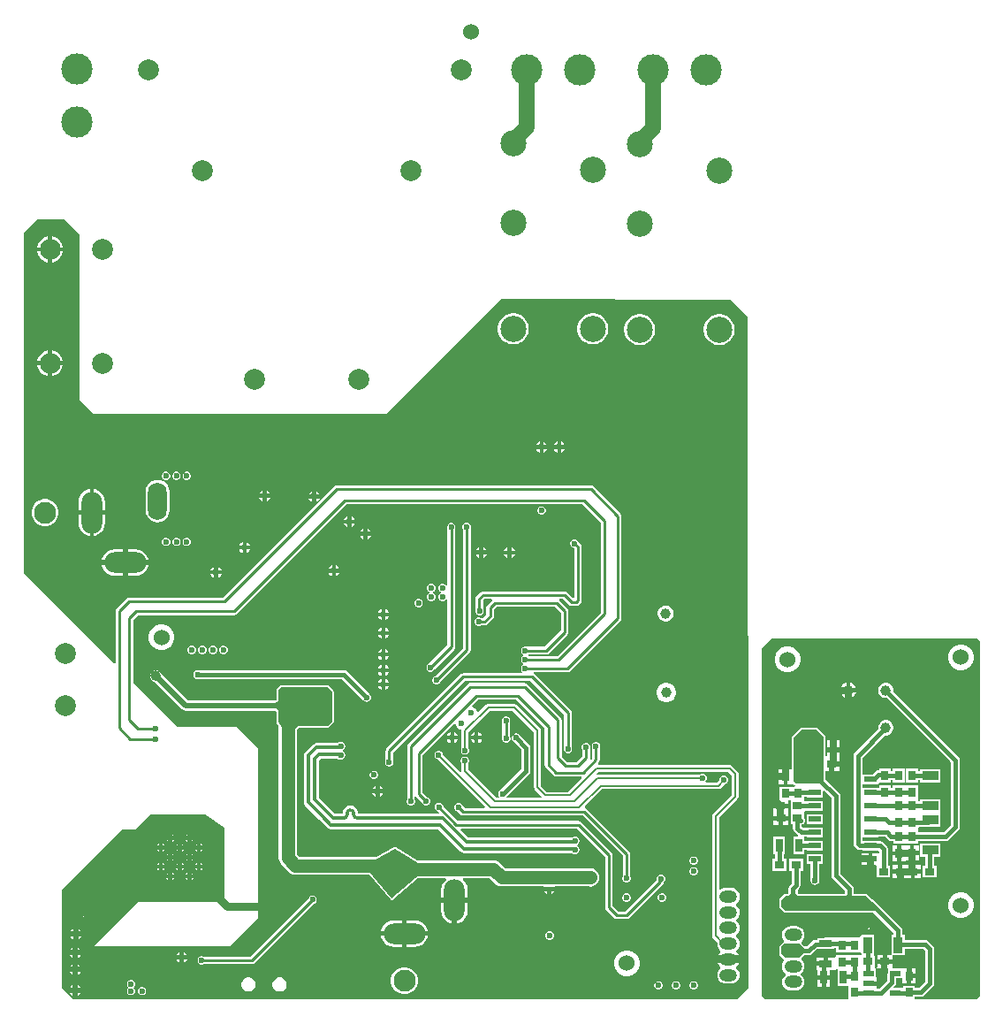
<source format=gbl>
G04*
G04 #@! TF.GenerationSoftware,Altium Limited,Altium Designer,21.1.1 (26)*
G04*
G04 Layer_Physical_Order=4*
G04 Layer_Color=16711680*
%FSLAX25Y25*%
%MOIN*%
G70*
G04*
G04 #@! TF.SameCoordinates,D2CF5B13-6A79-4D9C-8E4E-AA6CB0D1C9A8*
G04*
G04*
G04 #@! TF.FilePolarity,Positive*
G04*
G01*
G75*
%ADD21C,0.01000*%
%ADD24R,0.02756X0.05118*%
%ADD27R,0.03800X0.03100*%
%ADD29R,0.03100X0.03800*%
%ADD39R,0.05118X0.02756*%
%ADD101C,0.08268*%
%ADD111C,0.00800*%
%ADD112C,0.03000*%
%ADD113C,0.01470*%
%ADD114C,0.01100*%
%ADD116C,0.01500*%
%ADD117C,0.02000*%
%ADD118C,0.06000*%
%ADD121O,0.06693X0.04724*%
%ADD122C,0.06000*%
%ADD123C,0.03937*%
%ADD124C,0.07874*%
%ADD125O,0.15748X0.07874*%
%ADD126O,0.07874X0.15748*%
%ADD127O,0.14173X0.07087*%
%ADD128C,0.01181*%
%ADD129C,0.09843*%
%ADD130C,0.11811*%
%ADD131O,0.07087X0.14173*%
%ADD132C,0.02362*%
%ADD133C,0.01772*%
%ADD135C,0.05000*%
%ADD184R,0.04331X0.02362*%
%ADD185R,0.03543X0.06299*%
%ADD186R,0.06299X0.03543*%
%ADD187R,0.04646X0.02284*%
%ADD188C,0.02500*%
%ADD189R,0.05631X0.04941*%
G36*
X25945Y289252D02*
Y226634D01*
X31024Y221555D01*
X141909D01*
X185039Y264685D01*
X271681Y264598D01*
X278073Y258207D01*
X278073Y138583D01*
X278181Y138036D01*
X278484Y137583D01*
Y5166D01*
X273958Y640D01*
X23612D01*
X19429Y4823D01*
Y16827D01*
Y17303D01*
Y27189D01*
X19410Y27177D01*
Y41911D01*
X42146Y64648D01*
X47048D01*
X53013Y70416D01*
X73505D01*
X80611Y65435D01*
Y38979D01*
X78249Y37364D01*
X47916D01*
X31377Y20827D01*
X82835D01*
X93425Y31417D01*
X93426Y95236D01*
X85374Y103287D01*
X63248Y103287D01*
X46290Y120246D01*
Y143858D01*
X47993Y145561D01*
X84449D01*
X84449Y145561D01*
X84995Y145669D01*
X85458Y145979D01*
X126831Y187352D01*
X215806D01*
X222608Y180551D01*
Y146595D01*
X206279Y130266D01*
X195491D01*
X195286Y130766D01*
X195358Y130836D01*
X202126D01*
X202126Y130836D01*
X202672Y130945D01*
X203135Y131254D01*
X210065Y138184D01*
X210374Y138647D01*
X210483Y139193D01*
X210483Y139193D01*
Y147126D01*
X210483Y147126D01*
X210374Y147672D01*
X210065Y148135D01*
X210064Y148135D01*
X207017Y151183D01*
X207039Y151364D01*
X207190Y151683D01*
X208424D01*
X210743Y149365D01*
X211206Y149055D01*
X211752Y148947D01*
X211752Y148947D01*
X213430D01*
X213430Y148947D01*
X213976Y149055D01*
X214439Y149365D01*
X215025Y149950D01*
X215025Y149951D01*
X215335Y150414D01*
X215443Y150960D01*
Y171358D01*
X215443Y171358D01*
X215335Y171905D01*
X215025Y172368D01*
X215025Y172368D01*
X214284Y173108D01*
X214123Y173498D01*
X213676Y173945D01*
X213092Y174187D01*
X212459D01*
X211876Y173945D01*
X211428Y173498D01*
X211187Y172915D01*
Y172282D01*
X211428Y171698D01*
X211876Y171251D01*
X212265Y171090D01*
X212588Y170767D01*
Y152263D01*
X212088Y152056D01*
X210025Y154120D01*
X209562Y154429D01*
X209016Y154538D01*
X209016Y154538D01*
X179289D01*
X179145Y154566D01*
X179145Y154566D01*
X178316D01*
X178316Y154566D01*
X177770Y154458D01*
X177307Y154148D01*
X177307Y154148D01*
X175841Y152683D01*
X175532Y152219D01*
X175423Y151673D01*
X175423Y151673D01*
Y147598D01*
X175350Y147421D01*
Y146789D01*
X175592Y146205D01*
X176039Y145758D01*
X176623Y145516D01*
X177255D01*
X177839Y145758D01*
X178286Y146205D01*
X178528Y146789D01*
Y147421D01*
X178286Y148005D01*
X178278Y148013D01*
Y151082D01*
X178907Y151711D01*
X179029D01*
X179173Y151683D01*
X179173Y151683D01*
X181432D01*
X181583Y151364D01*
X181605Y151183D01*
X179959Y149537D01*
X179650Y149074D01*
X179541Y148528D01*
X179541Y148528D01*
Y145812D01*
X178247Y144518D01*
X177419D01*
X177029Y144679D01*
X176397D01*
X175812Y144438D01*
X175365Y143991D01*
X175124Y143407D01*
Y142774D01*
X175365Y142191D01*
X175812Y141744D01*
X176397Y141502D01*
X177029D01*
X177419Y141663D01*
X178839D01*
X178839Y141663D01*
X179385Y141772D01*
X179848Y142081D01*
X181978Y144211D01*
X182288Y144675D01*
X182396Y145221D01*
X182396Y145221D01*
Y147937D01*
X183249Y148789D01*
X205373D01*
X207628Y146535D01*
Y139784D01*
X201535Y133691D01*
X194899D01*
X194509Y133853D01*
X193877D01*
X193293Y133611D01*
X192846Y133164D01*
X192604Y132580D01*
Y131948D01*
X192846Y131364D01*
X193293Y130917D01*
X193522Y130822D01*
Y130281D01*
X193293Y130186D01*
X192846Y129739D01*
X192604Y129155D01*
Y128523D01*
X192846Y127938D01*
X193293Y127491D01*
X193446Y127428D01*
Y126887D01*
X193293Y126823D01*
X192846Y126376D01*
X192604Y125793D01*
Y125160D01*
X192846Y124576D01*
X193211Y124211D01*
X193122Y123826D01*
X193058Y123711D01*
X170886D01*
X170886Y123711D01*
X170340Y123602D01*
X169877Y123293D01*
X141904Y95320D01*
X141595Y94857D01*
X141486Y94311D01*
X141486Y94311D01*
Y90824D01*
X141324Y90434D01*
Y89802D01*
X141566Y89218D01*
X142013Y88771D01*
X142597Y88529D01*
X143229D01*
X143814Y88771D01*
X144261Y89218D01*
X144502Y89802D01*
Y90434D01*
X144341Y90824D01*
Y93720D01*
X171477Y120856D01*
X196180D01*
X208868Y108169D01*
Y95903D01*
X208706Y95513D01*
Y94881D01*
X208948Y94297D01*
X209395Y93850D01*
X209979Y93608D01*
X210611D01*
X211195Y93850D01*
X211642Y94297D01*
X211884Y94881D01*
Y95513D01*
X211723Y95903D01*
Y108760D01*
X211723Y108760D01*
X211614Y109306D01*
X211305Y109769D01*
X211305Y109769D01*
X197781Y123293D01*
X197398Y123549D01*
X197428Y123903D01*
X197481Y124049D01*
X210240D01*
X210240Y124049D01*
X210786Y124158D01*
X211249Y124467D01*
X230143Y143361D01*
X230143Y143361D01*
X230453Y143824D01*
X230561Y144370D01*
X230561Y144370D01*
Y182815D01*
X230453Y183361D01*
X230143Y183824D01*
X230143Y183824D01*
X219986Y193982D01*
X219523Y194291D01*
X218976Y194400D01*
X218976Y194400D01*
X123189D01*
X123189Y194400D01*
X122643Y194291D01*
X122180Y193982D01*
X80275Y152077D01*
X44724D01*
X44178Y151968D01*
X43715Y151659D01*
X43715Y151659D01*
X40073Y148017D01*
X39764Y147554D01*
X39655Y147008D01*
X39655Y147008D01*
Y127533D01*
X39193Y127342D01*
X5098Y161437D01*
X5098Y289508D01*
X10236Y294646D01*
X20551D01*
X25945Y289252D01*
D02*
G37*
G36*
X306693Y99843D02*
X306692Y81968D01*
X296398Y81968D01*
X295433Y82933D01*
Y99449D01*
X298307Y102323D01*
X304134Y102402D01*
X306693Y99843D01*
D02*
G37*
G36*
X295984Y40807D02*
X297008Y39783D01*
X314990D01*
X315701Y40494D01*
X317177Y40494D01*
X317887Y39783D01*
X322677D01*
X327273Y35187D01*
X326299Y34213D01*
X292224Y34213D01*
X290689Y35748D01*
Y38130D01*
X292342Y39783D01*
X293484D01*
X294508Y40807D01*
X295984Y40807D01*
D02*
G37*
G36*
X299429Y19833D02*
Y18356D01*
X297589Y16516D01*
X292067D01*
X290630Y17953D01*
Y20394D01*
X291850Y21614D01*
X297648D01*
X299429Y19833D01*
D02*
G37*
G36*
X364724Y136653D02*
X365630Y135748D01*
X365630Y2244D01*
X364311Y925D01*
X341226D01*
Y1624D01*
X343326D01*
X343970Y1752D01*
X344516Y2117D01*
X348040Y5641D01*
X348040Y5641D01*
X348405Y6187D01*
X348533Y6831D01*
X348533Y6831D01*
Y19705D01*
X348405Y20348D01*
X348040Y20894D01*
X348040Y20894D01*
X346168Y22767D01*
X345622Y23131D01*
X344978Y23259D01*
X337295D01*
Y24991D01*
X336505D01*
Y26614D01*
X336377Y27258D01*
X336012Y27804D01*
X325816Y38001D01*
X325270Y38365D01*
X325063Y38406D01*
X323182Y40288D01*
X323182Y40288D01*
X322950Y40443D01*
X322950Y40443D01*
X322677Y40497D01*
X318183D01*
X318121Y40559D01*
Y42341D01*
X317993Y42985D01*
X317628Y43530D01*
X313060Y48098D01*
Y77398D01*
X312932Y78042D01*
X312567Y78588D01*
X307406Y83749D01*
X307406Y86820D01*
X308843D01*
Y89370D01*
X309843D01*
Y90370D01*
X312743D01*
Y91343D01*
X312791D01*
Y93901D01*
X310413D01*
X308035D01*
Y92352D01*
X307906Y92298D01*
X307406Y92632D01*
X307407Y99843D01*
X307352Y100116D01*
X307198Y100347D01*
X304638Y102907D01*
X304634Y102909D01*
X304631Y102913D01*
X304518Y102987D01*
X304407Y103061D01*
X304402Y103062D01*
X304398Y103065D01*
X304265Y103089D01*
X304134Y103116D01*
X304129Y103115D01*
X304124Y103116D01*
X298297Y103036D01*
X298166Y103008D01*
X298034Y102982D01*
X298030Y102980D01*
X298025Y102978D01*
X297915Y102902D01*
X297802Y102828D01*
X294928Y99954D01*
X294774Y99722D01*
X294719Y99449D01*
Y87546D01*
X293132D01*
Y84646D01*
Y81746D01*
X294932D01*
Y81781D01*
X295432Y81925D01*
X295893Y81464D01*
X295949Y81426D01*
X295797Y80926D01*
X294778D01*
Y80926D01*
X294632Y80946D01*
Y80946D01*
X294286Y80946D01*
X290132D01*
Y76172D01*
X287651D01*
Y74372D01*
X290551D01*
X293451D01*
Y75746D01*
X294251D01*
Y71750D01*
X294251Y71372D01*
X294290Y70888D01*
Y66766D01*
X295208D01*
Y65197D01*
X295336Y64553D01*
X295701Y64007D01*
X297169Y62539D01*
X297143Y62342D01*
X296994Y62039D01*
X295363D01*
Y55520D01*
X299519D01*
Y56999D01*
X300442D01*
Y56820D01*
X306487D01*
Y60503D01*
X300442D01*
Y60363D01*
X299519D01*
Y61999D01*
X300442D01*
Y61820D01*
X306487D01*
Y65503D01*
X300442D01*
Y65363D01*
X299102D01*
X298572Y65893D01*
Y66639D01*
X298684Y66662D01*
X298840Y66766D01*
X299490D01*
Y67416D01*
X299594Y67572D01*
X299723Y68216D01*
X299594Y68860D01*
X299490Y69016D01*
X299490Y71266D01*
X299476Y71440D01*
X299872Y71940D01*
X300442D01*
Y71820D01*
X306487D01*
Y75503D01*
X300442D01*
Y75304D01*
X299451D01*
Y75872D01*
X299278D01*
Y76979D01*
X300442D01*
Y76820D01*
X306487D01*
Y79256D01*
X306949Y79448D01*
X309696Y76701D01*
Y47402D01*
X309824Y46758D01*
X310188Y46212D01*
X314756Y41644D01*
Y40559D01*
X314694Y40497D01*
X297304D01*
X296919Y40882D01*
Y41902D01*
X297509Y42492D01*
X297874Y43038D01*
X298002Y43681D01*
Y49246D01*
X298919D01*
Y53746D01*
X293719D01*
Y49246D01*
X294637D01*
Y44378D01*
X294047Y43788D01*
X293682Y43242D01*
X293554Y42598D01*
Y40862D01*
X293189Y40497D01*
X292342D01*
X292069Y40443D01*
X291838Y40288D01*
X290184Y38635D01*
X290030Y38403D01*
X289975Y38130D01*
Y35748D01*
X290030Y35475D01*
X290184Y35243D01*
X290184Y35243D01*
X291720Y33708D01*
X291951Y33553D01*
X292224Y33499D01*
X325559Y33499D01*
X333140Y25917D01*
Y24991D01*
X332351D01*
Y17530D01*
X330593D01*
Y15730D01*
X332743D01*
Y17292D01*
X337295D01*
Y19895D01*
X344281D01*
X345168Y19008D01*
Y7527D01*
X342630Y4989D01*
X341226D01*
Y5907D01*
X336726D01*
Y5490D01*
X336724Y4991D01*
X333375D01*
X333183Y5453D01*
X333700Y5970D01*
X334065Y6516D01*
X334193Y7159D01*
X334193Y7159D01*
Y8709D01*
X336426D01*
Y6707D01*
X338226D01*
Y9607D01*
Y12507D01*
X336426D01*
Y12472D01*
X332743D01*
Y14230D01*
X330593D01*
Y12430D01*
X330993D01*
Y10858D01*
X330956Y10803D01*
X330828Y10159D01*
Y7856D01*
X327764Y4793D01*
X326787D01*
Y6100D01*
X323622D01*
Y7600D01*
X326787D01*
Y9031D01*
X326487D01*
Y12323D01*
X326943Y12430D01*
X326970Y12430D01*
X329093D01*
Y14230D01*
X326943D01*
Y12712D01*
X326454Y12551D01*
X326143Y12793D01*
Y17230D01*
X325877Y17292D01*
Y24991D01*
X321244D01*
X321173D01*
X320394Y24213D01*
X307044D01*
X306861Y23771D01*
X304280D01*
Y23178D01*
X303602D01*
X303602Y23178D01*
X302959Y23050D01*
X302413Y22686D01*
X302413Y22686D01*
X300504Y20777D01*
X299494D01*
X298384Y21888D01*
X298388Y22521D01*
X298587Y22673D01*
X299109Y23355D01*
X299438Y24148D01*
X299550Y25000D01*
X299438Y25852D01*
X299109Y26645D01*
X298587Y27327D01*
X297905Y27850D01*
X297112Y28178D01*
X296260Y28290D01*
X294291D01*
X293440Y28178D01*
X292646Y27850D01*
X291965Y27327D01*
X291442Y26645D01*
X291113Y25852D01*
X291001Y25000D01*
X291113Y24148D01*
X291442Y23355D01*
X291847Y22827D01*
X291848Y22728D01*
X291720Y22371D01*
X291653Y22289D01*
X291577Y22274D01*
X291346Y22119D01*
X290125Y20898D01*
X289970Y20667D01*
X289916Y20394D01*
Y17953D01*
X289970Y17680D01*
X290125Y17448D01*
X291562Y16011D01*
X291684Y15930D01*
X291730Y15862D01*
X291817Y15523D01*
X291830Y15339D01*
X291442Y14834D01*
X291113Y14041D01*
X291001Y13189D01*
X291113Y12337D01*
X291442Y11544D01*
X291965Y10862D01*
X292384Y10541D01*
Y9932D01*
X291965Y9610D01*
X291442Y8929D01*
X291113Y8135D01*
X291001Y7283D01*
X291113Y6432D01*
X291442Y5638D01*
X291965Y4957D01*
X292646Y4434D01*
X293440Y4105D01*
X294291Y3993D01*
X296260D01*
X297112Y4105D01*
X297905Y4434D01*
X298587Y4957D01*
X299109Y5638D01*
X299438Y6432D01*
X299550Y7283D01*
X299438Y8135D01*
X299109Y8929D01*
X298587Y9610D01*
X298168Y9932D01*
Y10541D01*
X298587Y10862D01*
X299109Y11544D01*
X299438Y12337D01*
X299550Y13189D01*
X299438Y14041D01*
X299109Y14834D01*
X298587Y15516D01*
X298417Y15645D01*
X298384Y16301D01*
X299494Y17412D01*
X301201D01*
X301845Y17540D01*
X302390Y17905D01*
X303875Y19389D01*
X304280Y19615D01*
Y19615D01*
X304280Y19615D01*
X310798D01*
Y20011D01*
X311392D01*
Y18444D01*
X315892D01*
Y18444D01*
X316116D01*
Y18444D01*
X320434D01*
X320616Y18444D01*
X320934Y18075D01*
Y17712D01*
X320616Y17344D01*
X320455Y17344D01*
X316116D01*
Y17344D01*
X315892D01*
Y17344D01*
X311392D01*
Y16969D01*
X311098Y16591D01*
X310892Y16591D01*
X308289D01*
Y14213D01*
X307539D01*
Y13463D01*
X303980D01*
Y11835D01*
X304374D01*
Y9766D01*
X306752D01*
X309130D01*
Y11835D01*
X311098Y11835D01*
X311470Y12144D01*
X311598Y12144D01*
X312154D01*
Y5757D01*
X316057D01*
Y925D01*
X284626D01*
X283500Y2051D01*
X283500Y132992D01*
X287131Y136653D01*
X364724Y136653D01*
D02*
G37*
%LPC*%
G36*
X15711Y288375D02*
Y284214D01*
X19871D01*
X19561Y285370D01*
X18911Y286496D01*
X17992Y287415D01*
X16866Y288065D01*
X15711Y288375D01*
D02*
G37*
G36*
X14211Y288375D02*
X13055Y288065D01*
X11929Y287415D01*
X11010Y286496D01*
X10360Y285370D01*
X10050Y284214D01*
X14211D01*
Y288375D01*
D02*
G37*
G36*
Y282715D02*
X10050D01*
X10360Y281559D01*
X11010Y280433D01*
X11929Y279514D01*
X13055Y278864D01*
X14211Y278554D01*
Y282715D01*
D02*
G37*
G36*
X19871D02*
X15711D01*
Y278554D01*
X16866Y278864D01*
X17992Y279514D01*
X18911Y280433D01*
X19561Y281559D01*
X19871Y282715D01*
D02*
G37*
G36*
X220298Y259284D02*
X219151D01*
X218026Y259061D01*
X216967Y258622D01*
X216014Y257985D01*
X215203Y257174D01*
X214566Y256221D01*
X214127Y255161D01*
X213903Y254037D01*
Y252890D01*
X214127Y251765D01*
X214566Y250706D01*
X215203Y249752D01*
X216014Y248942D01*
X216967Y248305D01*
X218026Y247866D01*
X219151Y247642D01*
X220298D01*
X221422Y247866D01*
X222482Y248305D01*
X223435Y248942D01*
X224246Y249752D01*
X224883Y250706D01*
X225322Y251765D01*
X225546Y252890D01*
Y254037D01*
X225322Y255161D01*
X224883Y256221D01*
X224246Y257174D01*
X223435Y257985D01*
X222482Y258622D01*
X221422Y259061D01*
X220298Y259284D01*
D02*
G37*
G36*
X190298D02*
X189151D01*
X188026Y259061D01*
X186967Y258622D01*
X186014Y257985D01*
X185203Y257174D01*
X184566Y256221D01*
X184127Y255161D01*
X183903Y254037D01*
Y252890D01*
X184127Y251765D01*
X184566Y250706D01*
X185203Y249752D01*
X186014Y248942D01*
X186967Y248305D01*
X188026Y247866D01*
X189151Y247642D01*
X190298D01*
X191422Y247866D01*
X192482Y248305D01*
X193435Y248942D01*
X194246Y249752D01*
X194883Y250706D01*
X195322Y251765D01*
X195546Y252890D01*
Y254037D01*
X195322Y255161D01*
X194883Y256221D01*
X194246Y257174D01*
X193435Y257985D01*
X192482Y258622D01*
X191422Y259061D01*
X190298Y259284D01*
D02*
G37*
G36*
X267935Y259010D02*
X266789D01*
X265664Y258787D01*
X264605Y258348D01*
X263651Y257711D01*
X262841Y256900D01*
X262204Y255946D01*
X261765Y254887D01*
X261541Y253762D01*
Y252616D01*
X261765Y251491D01*
X262204Y250432D01*
X262841Y249478D01*
X263651Y248667D01*
X264605Y248030D01*
X265664Y247591D01*
X266789Y247368D01*
X267935D01*
X269060Y247591D01*
X270120Y248030D01*
X271073Y248667D01*
X271884Y249478D01*
X272521Y250432D01*
X272960Y251491D01*
X273183Y252616D01*
Y253762D01*
X272960Y254887D01*
X272521Y255946D01*
X271884Y256900D01*
X271073Y257711D01*
X270120Y258348D01*
X269060Y258787D01*
X267935Y259010D01*
D02*
G37*
G36*
X237935D02*
X236789D01*
X235664Y258787D01*
X234605Y258348D01*
X233651Y257711D01*
X232840Y256900D01*
X232204Y255946D01*
X231765Y254887D01*
X231541Y253762D01*
Y252616D01*
X231765Y251491D01*
X232204Y250432D01*
X232840Y249478D01*
X233651Y248667D01*
X234605Y248030D01*
X235664Y247591D01*
X236789Y247368D01*
X237935D01*
X239060Y247591D01*
X240120Y248030D01*
X241073Y248667D01*
X241884Y249478D01*
X242521Y250432D01*
X242960Y251491D01*
X243183Y252616D01*
Y253762D01*
X242960Y254887D01*
X242521Y255946D01*
X241884Y256900D01*
X241073Y257711D01*
X240120Y258348D01*
X239060Y258787D01*
X237935Y259010D01*
D02*
G37*
G36*
X15711Y245461D02*
Y241301D01*
X19871D01*
X19561Y242457D01*
X18911Y243583D01*
X17992Y244502D01*
X16866Y245152D01*
X15711Y245461D01*
D02*
G37*
G36*
X14211Y245461D02*
X13055Y245152D01*
X11929Y244502D01*
X11010Y243583D01*
X10360Y242457D01*
X10050Y241301D01*
X14211D01*
Y245461D01*
D02*
G37*
G36*
Y239801D02*
X10050D01*
X10360Y238646D01*
X11010Y237520D01*
X11929Y236601D01*
X13055Y235951D01*
X14211Y235641D01*
Y239801D01*
D02*
G37*
G36*
X19871D02*
X15711D01*
Y235641D01*
X16866Y235951D01*
X17992Y236601D01*
X18911Y237520D01*
X19561Y238646D01*
X19871Y239801D01*
D02*
G37*
G36*
X207778Y211027D02*
Y209726D01*
X209078D01*
X208877Y210212D01*
X208263Y210825D01*
X207778Y211027D01*
D02*
G37*
G36*
X206278D02*
X205792Y210825D01*
X205178Y210212D01*
X204977Y209726D01*
X206278D01*
Y211027D01*
D02*
G37*
G36*
X201085D02*
Y209726D01*
X202385D01*
X202184Y210212D01*
X201570Y210825D01*
X201085Y211027D01*
D02*
G37*
G36*
X199585D02*
X199099Y210825D01*
X198486Y210212D01*
X198284Y209726D01*
X199585D01*
Y211027D01*
D02*
G37*
G36*
X209078Y208226D02*
X207778D01*
Y206926D01*
X208263Y207127D01*
X208877Y207741D01*
X209078Y208226D01*
D02*
G37*
G36*
X206278D02*
X204977D01*
X205178Y207741D01*
X205792Y207127D01*
X206278Y206926D01*
Y208226D01*
D02*
G37*
G36*
X202385D02*
X201085D01*
Y206926D01*
X201570Y207127D01*
X202184Y207741D01*
X202385Y208226D01*
D02*
G37*
G36*
X199585D02*
X198284D01*
X198486Y207741D01*
X199099Y207127D01*
X199585Y206926D01*
Y208226D01*
D02*
G37*
G36*
X66852Y199620D02*
X66219D01*
X65635Y199379D01*
X65188Y198932D01*
X64947Y198348D01*
Y197715D01*
X65188Y197131D01*
X65635Y196684D01*
X66219Y196442D01*
X66852D01*
X67435Y196684D01*
X67883Y197131D01*
X68124Y197715D01*
Y198348D01*
X67883Y198932D01*
X67435Y199379D01*
X66852Y199620D01*
D02*
G37*
G36*
X62915D02*
X62282D01*
X61698Y199379D01*
X61251Y198932D01*
X61010Y198348D01*
Y197715D01*
X61251Y197131D01*
X61698Y196684D01*
X62282Y196442D01*
X62915D01*
X63499Y196684D01*
X63946Y197131D01*
X64187Y197715D01*
Y198348D01*
X63946Y198932D01*
X63499Y199379D01*
X62915Y199620D01*
D02*
G37*
G36*
X58978D02*
X58345D01*
X57761Y199379D01*
X57314Y198932D01*
X57073Y198348D01*
Y197715D01*
X57314Y197131D01*
X57761Y196684D01*
X58345Y196442D01*
X58978D01*
X59562Y196684D01*
X60009Y197131D01*
X60250Y197715D01*
Y198348D01*
X60009Y198932D01*
X59562Y199379D01*
X58978Y199620D01*
D02*
G37*
G36*
X96675Y192680D02*
Y191380D01*
X97975D01*
X97774Y191865D01*
X97161Y192479D01*
X96675Y192680D01*
D02*
G37*
G36*
X95175D02*
X94690Y192479D01*
X94076Y191865D01*
X93875Y191380D01*
X95175D01*
Y192680D01*
D02*
G37*
G36*
X115317Y192404D02*
Y191104D01*
X116617D01*
X116416Y191590D01*
X115802Y192203D01*
X115317Y192404D01*
D02*
G37*
G36*
X113817D02*
X113331Y192203D01*
X112718Y191590D01*
X112517Y191104D01*
X113817D01*
Y192404D01*
D02*
G37*
G36*
X97975Y189880D02*
X96675D01*
Y188580D01*
X97161Y188781D01*
X97774Y189394D01*
X97975Y189880D01*
D02*
G37*
G36*
X95175D02*
X93875D01*
X94076Y189394D01*
X94690Y188781D01*
X95175Y188580D01*
Y189880D01*
D02*
G37*
G36*
X116617Y189604D02*
X115317D01*
Y188304D01*
X115802Y188505D01*
X116416Y189119D01*
X116617Y189604D01*
D02*
G37*
G36*
X113817D02*
X112517D01*
X112718Y189119D01*
X113331Y188505D01*
X113817Y188304D01*
Y189604D01*
D02*
G37*
G36*
X31459Y193070D02*
Y185002D01*
X35688D01*
Y188189D01*
X35519Y189478D01*
X35021Y190679D01*
X34230Y191710D01*
X33198Y192501D01*
X31997Y192999D01*
X31459Y193070D01*
D02*
G37*
G36*
X29959Y193070D02*
X29420Y192999D01*
X28219Y192501D01*
X27187Y191710D01*
X26396Y190679D01*
X25899Y189478D01*
X25729Y188189D01*
Y185002D01*
X29959D01*
Y193070D01*
D02*
G37*
G36*
X200651Y186550D02*
X200019D01*
X199435Y186308D01*
X198988Y185861D01*
X198746Y185277D01*
Y184645D01*
X198988Y184061D01*
X199435Y183614D01*
X200019Y183372D01*
X200651D01*
X201235Y183614D01*
X201682Y184061D01*
X201924Y184645D01*
Y185277D01*
X201682Y185861D01*
X201235Y186308D01*
X200651Y186550D01*
D02*
G37*
G36*
X128604Y182857D02*
Y181557D01*
X129904D01*
X129703Y182043D01*
X129090Y182656D01*
X128604Y182857D01*
D02*
G37*
G36*
X127104D02*
X126619Y182656D01*
X126005Y182043D01*
X125804Y181557D01*
X127104D01*
Y182857D01*
D02*
G37*
G36*
X55512Y196608D02*
X54352Y196455D01*
X53271Y196007D01*
X52343Y195295D01*
X51631Y194367D01*
X51183Y193286D01*
X51030Y192126D01*
Y185039D01*
X51183Y183879D01*
X51631Y182799D01*
X52343Y181870D01*
X53271Y181158D01*
X54352Y180710D01*
X55512Y180558D01*
X56672Y180710D01*
X57753Y181158D01*
X58681Y181870D01*
X59393Y182799D01*
X59841Y183879D01*
X59993Y185039D01*
Y192126D01*
X59841Y193286D01*
X59393Y194367D01*
X58681Y195295D01*
X57753Y196007D01*
X56672Y196455D01*
X55512Y196608D01*
D02*
G37*
G36*
X13655Y189286D02*
X12329D01*
X11049Y188943D01*
X9901Y188280D01*
X8964Y187343D01*
X8301Y186195D01*
X7958Y184915D01*
Y183589D01*
X8301Y182309D01*
X8964Y181161D01*
X9901Y180224D01*
X11049Y179561D01*
X12329Y179218D01*
X13655D01*
X14935Y179561D01*
X16083Y180224D01*
X17020Y181161D01*
X17683Y182309D01*
X18026Y183589D01*
Y184915D01*
X17683Y186195D01*
X17020Y187343D01*
X16083Y188280D01*
X14935Y188943D01*
X13655Y189286D01*
D02*
G37*
G36*
X129904Y180057D02*
X128604D01*
Y178757D01*
X129090Y178958D01*
X129703Y179572D01*
X129904Y180057D01*
D02*
G37*
G36*
X127104D02*
X125804D01*
X126005Y179572D01*
X126619Y178958D01*
X127104Y178757D01*
Y180057D01*
D02*
G37*
G36*
X134726Y178349D02*
Y177049D01*
X136027D01*
X135825Y177535D01*
X135212Y178148D01*
X134726Y178349D01*
D02*
G37*
G36*
X133226D02*
X132741Y178148D01*
X132127Y177535D01*
X131926Y177049D01*
X133226D01*
Y178349D01*
D02*
G37*
G36*
X35688Y183502D02*
X31459D01*
Y175434D01*
X31997Y175505D01*
X33198Y176003D01*
X34230Y176794D01*
X35021Y177825D01*
X35519Y179026D01*
X35688Y180315D01*
Y183502D01*
D02*
G37*
G36*
X29959D02*
X25729D01*
Y180315D01*
X25899Y179026D01*
X26396Y177825D01*
X27187Y176794D01*
X28219Y176003D01*
X29420Y175505D01*
X29959Y175434D01*
Y183502D01*
D02*
G37*
G36*
X136027Y175549D02*
X134726D01*
Y174249D01*
X135212Y174450D01*
X135825Y175064D01*
X136027Y175549D01*
D02*
G37*
G36*
X133226D02*
X131926D01*
X132127Y175064D01*
X132741Y174450D01*
X133226Y174249D01*
Y175549D01*
D02*
G37*
G36*
X89096Y173113D02*
Y171813D01*
X90397D01*
X90196Y172299D01*
X89582Y172912D01*
X89096Y173113D01*
D02*
G37*
G36*
X87596D02*
X87111Y172912D01*
X86497Y172299D01*
X86296Y171813D01*
X87596D01*
Y173113D01*
D02*
G37*
G36*
X66852Y174817D02*
X66219D01*
X65635Y174575D01*
X65188Y174128D01*
X64947Y173544D01*
Y172912D01*
X65188Y172328D01*
X65635Y171881D01*
X66219Y171639D01*
X66852D01*
X67435Y171881D01*
X67883Y172328D01*
X68124Y172912D01*
Y173544D01*
X67883Y174128D01*
X67435Y174575D01*
X66852Y174817D01*
D02*
G37*
G36*
X62915D02*
X62282D01*
X61698Y174575D01*
X61251Y174128D01*
X61010Y173544D01*
Y172912D01*
X61251Y172328D01*
X61698Y171881D01*
X62282Y171639D01*
X62915D01*
X63499Y171881D01*
X63946Y172328D01*
X64187Y172912D01*
Y173544D01*
X63946Y174128D01*
X63499Y174575D01*
X62915Y174817D01*
D02*
G37*
G36*
X58978D02*
X58345D01*
X57761Y174575D01*
X57314Y174128D01*
X57073Y173544D01*
Y172912D01*
X57314Y172328D01*
X57761Y171881D01*
X58345Y171639D01*
X58978D01*
X59562Y171881D01*
X60009Y172328D01*
X60250Y172912D01*
Y173544D01*
X60009Y174128D01*
X59562Y174575D01*
X58978Y174817D01*
D02*
G37*
G36*
X178396Y171248D02*
Y169948D01*
X179696D01*
X179495Y170433D01*
X178882Y171047D01*
X178396Y171248D01*
D02*
G37*
G36*
X176896D02*
X176410Y171047D01*
X175797Y170433D01*
X175596Y169948D01*
X176896D01*
Y171248D01*
D02*
G37*
G36*
X189018Y171243D02*
Y169943D01*
X190318D01*
X190117Y170428D01*
X189503Y171042D01*
X189018Y171243D01*
D02*
G37*
G36*
X187518D02*
X187032Y171042D01*
X186419Y170428D01*
X186218Y169943D01*
X187518D01*
Y171243D01*
D02*
G37*
G36*
X90397Y170313D02*
X89096D01*
Y169013D01*
X89582Y169214D01*
X90196Y169827D01*
X90397Y170313D01*
D02*
G37*
G36*
X87596D02*
X86296D01*
X86497Y169827D01*
X87111Y169214D01*
X87596Y169013D01*
Y170313D01*
D02*
G37*
G36*
X179696Y168448D02*
X178396D01*
Y167148D01*
X178882Y167349D01*
X179495Y167963D01*
X179696Y168448D01*
D02*
G37*
G36*
X176896D02*
X175596D01*
X175797Y167963D01*
X176410Y167349D01*
X176896Y167148D01*
Y168448D01*
D02*
G37*
G36*
X190318Y168443D02*
X189018D01*
Y167143D01*
X189503Y167344D01*
X190117Y167957D01*
X190318Y168443D01*
D02*
G37*
G36*
X187518D02*
X186218D01*
X186419Y167957D01*
X187032Y167344D01*
X187518Y167143D01*
Y168443D01*
D02*
G37*
G36*
X47244Y170334D02*
X44307D01*
Y166354D01*
X52092D01*
X52054Y166643D01*
X51557Y167844D01*
X50765Y168876D01*
X49734Y169667D01*
X48533Y170164D01*
X47244Y170334D01*
D02*
G37*
G36*
X42307D02*
X39370D01*
X38081Y170164D01*
X36880Y169667D01*
X35849Y168876D01*
X35058Y167844D01*
X34560Y166643D01*
X34522Y166354D01*
X42307D01*
Y170334D01*
D02*
G37*
G36*
X122778Y164393D02*
Y163093D01*
X124078D01*
X123877Y163578D01*
X123263Y164192D01*
X122778Y164393D01*
D02*
G37*
G36*
X121278D02*
X120792Y164192D01*
X120178Y163578D01*
X119977Y163093D01*
X121278D01*
Y164393D01*
D02*
G37*
G36*
X78329Y163763D02*
Y162463D01*
X79629D01*
X79428Y162948D01*
X78814Y163562D01*
X78329Y163763D01*
D02*
G37*
G36*
X76829D02*
X76343Y163562D01*
X75730Y162948D01*
X75529Y162463D01*
X76829D01*
Y163763D01*
D02*
G37*
G36*
X52092Y164354D02*
X44307D01*
Y160375D01*
X47244D01*
X48533Y160544D01*
X49734Y161042D01*
X50765Y161833D01*
X51557Y162864D01*
X52054Y164066D01*
X52092Y164354D01*
D02*
G37*
G36*
X42307D02*
X34522D01*
X34560Y164066D01*
X35058Y162864D01*
X35849Y161833D01*
X36880Y161042D01*
X38081Y160544D01*
X39370Y160375D01*
X42307D01*
Y164354D01*
D02*
G37*
G36*
X124078Y161592D02*
X122778D01*
Y160292D01*
X123263Y160494D01*
X123877Y161107D01*
X124078Y161592D01*
D02*
G37*
G36*
X121278D02*
X119977D01*
X120178Y161107D01*
X120792Y160494D01*
X121278Y160292D01*
Y161592D01*
D02*
G37*
G36*
X79629Y160963D02*
X78329D01*
Y159662D01*
X78814Y159864D01*
X79428Y160477D01*
X79629Y160963D01*
D02*
G37*
G36*
X76829D02*
X75529D01*
X75730Y160477D01*
X76343Y159864D01*
X76829Y159662D01*
Y160963D01*
D02*
G37*
G36*
X166613Y180292D02*
X165981D01*
X165397Y180050D01*
X164950Y179603D01*
X164708Y179019D01*
Y178387D01*
X164819Y178120D01*
Y156848D01*
X164322Y156747D01*
X164319Y156747D01*
X163873Y157194D01*
X163288Y157435D01*
X162656D01*
X162072Y157194D01*
X161625Y156746D01*
X161383Y156163D01*
Y155530D01*
X161625Y154946D01*
X162072Y154499D01*
X162254Y154424D01*
Y153883D01*
X162072Y153808D01*
X161625Y153361D01*
X161383Y152777D01*
Y152145D01*
X161625Y151560D01*
X162072Y151114D01*
X162656Y150872D01*
X163288D01*
X163873Y151114D01*
X164319Y151560D01*
X164322Y151560D01*
X164819Y151460D01*
Y134232D01*
X157910Y127324D01*
X157643Y127213D01*
X157196Y126766D01*
X156954Y126182D01*
Y125550D01*
X157196Y124966D01*
X157643Y124519D01*
X158227Y124277D01*
X158859D01*
X159443Y124519D01*
X159890Y124966D01*
X160001Y125233D01*
X167343Y132575D01*
X167663Y133054D01*
X167776Y133620D01*
Y178120D01*
X167886Y178387D01*
Y179019D01*
X167644Y179603D01*
X167197Y180050D01*
X166613Y180292D01*
D02*
G37*
G36*
X159076Y157435D02*
X158444D01*
X157860Y157194D01*
X157413Y156746D01*
X157171Y156163D01*
Y155530D01*
X157413Y154946D01*
X157860Y154499D01*
X158041Y154424D01*
Y153883D01*
X157860Y153808D01*
X157413Y153361D01*
X157171Y152777D01*
Y152145D01*
X157413Y151560D01*
X157860Y151114D01*
X158444Y150872D01*
X159076D01*
X159660Y151114D01*
X160107Y151560D01*
X160349Y152145D01*
Y152777D01*
X160107Y153361D01*
X159660Y153808D01*
X159478Y153883D01*
Y154424D01*
X159660Y154499D01*
X160107Y154946D01*
X160349Y155530D01*
Y156163D01*
X160107Y156746D01*
X159660Y157194D01*
X159076Y157435D01*
D02*
G37*
G36*
X154302Y151746D02*
X153670D01*
X153086Y151505D01*
X152639Y151058D01*
X152397Y150474D01*
Y149841D01*
X152639Y149257D01*
X153086Y148810D01*
X153670Y148568D01*
X154302D01*
X154886Y148810D01*
X155333Y149257D01*
X155575Y149841D01*
Y150474D01*
X155333Y151058D01*
X154886Y151505D01*
X154302Y151746D01*
D02*
G37*
G36*
X141439Y147897D02*
Y146597D01*
X142739D01*
X142538Y147082D01*
X141925Y147696D01*
X141439Y147897D01*
D02*
G37*
G36*
X139939D02*
X139453Y147696D01*
X138840Y147082D01*
X138639Y146597D01*
X139939D01*
Y147897D01*
D02*
G37*
G36*
X142739Y145097D02*
X141439D01*
Y143796D01*
X141925Y143997D01*
X142538Y144611D01*
X142739Y145097D01*
D02*
G37*
G36*
X139939D02*
X138639D01*
X138840Y144611D01*
X139453Y143997D01*
X139939Y143796D01*
Y145097D01*
D02*
G37*
G36*
X247548Y149190D02*
X246757D01*
X245992Y148986D01*
X245306Y148590D01*
X244747Y148030D01*
X244351Y147345D01*
X244146Y146580D01*
Y145788D01*
X244351Y145024D01*
X244747Y144338D01*
X245306Y143779D01*
X245992Y143383D01*
X246757Y143178D01*
X247548D01*
X248313Y143383D01*
X248998Y143779D01*
X249558Y144338D01*
X249954Y145024D01*
X250159Y145788D01*
Y146580D01*
X249954Y147345D01*
X249558Y148030D01*
X248998Y148590D01*
X248313Y148986D01*
X247548Y149190D01*
D02*
G37*
G36*
X141439Y140889D02*
Y139589D01*
X142739D01*
X142538Y140074D01*
X141925Y140688D01*
X141439Y140889D01*
D02*
G37*
G36*
X139939D02*
X139453Y140688D01*
X138840Y140074D01*
X138639Y139589D01*
X139939D01*
Y140889D01*
D02*
G37*
G36*
X142739Y138089D02*
X141439D01*
Y136788D01*
X141925Y136989D01*
X142538Y137603D01*
X142739Y138089D01*
D02*
G37*
G36*
X139939D02*
X138639D01*
X138840Y137603D01*
X139453Y136989D01*
X139939Y136788D01*
Y138089D01*
D02*
G37*
G36*
X57605Y142061D02*
X56332D01*
X55102Y141732D01*
X53999Y141095D01*
X53098Y140194D01*
X52461Y139091D01*
X52131Y137861D01*
Y136588D01*
X52461Y135357D01*
X53098Y134254D01*
X53999Y133354D01*
X55102Y132717D01*
X56332Y132387D01*
X57605D01*
X58836Y132717D01*
X59939Y133354D01*
X60839Y134254D01*
X61476Y135357D01*
X61805Y136588D01*
Y137861D01*
X61476Y139091D01*
X60839Y140194D01*
X59939Y141095D01*
X58836Y141732D01*
X57605Y142061D01*
D02*
G37*
G36*
X141439Y132759D02*
Y131459D01*
X142739D01*
X142538Y131944D01*
X141925Y132558D01*
X141439Y132759D01*
D02*
G37*
G36*
X139939D02*
X139453Y132558D01*
X138840Y131944D01*
X138639Y131459D01*
X139939D01*
Y132759D01*
D02*
G37*
G36*
X80651Y134010D02*
X80019D01*
X79435Y133768D01*
X78988Y133321D01*
X78746Y132737D01*
Y132105D01*
X78988Y131521D01*
X79435Y131074D01*
X80019Y130832D01*
X80651D01*
X81235Y131074D01*
X81682Y131521D01*
X81924Y132105D01*
Y132737D01*
X81682Y133321D01*
X81235Y133768D01*
X80651Y134010D01*
D02*
G37*
G36*
X76714D02*
X76082D01*
X75498Y133768D01*
X75051Y133321D01*
X74809Y132737D01*
Y132105D01*
X75051Y131521D01*
X75498Y131074D01*
X76082Y130832D01*
X76714D01*
X77298Y131074D01*
X77745Y131521D01*
X77987Y132105D01*
Y132737D01*
X77745Y133321D01*
X77298Y133768D01*
X76714Y134010D01*
D02*
G37*
G36*
X72718D02*
X72085D01*
X71501Y133768D01*
X71055Y133321D01*
X70813Y132737D01*
Y132105D01*
X71055Y131521D01*
X71501Y131074D01*
X72085Y130832D01*
X72718D01*
X73302Y131074D01*
X73749Y131521D01*
X73990Y132105D01*
Y132737D01*
X73749Y133321D01*
X73302Y133768D01*
X72718Y134010D01*
D02*
G37*
G36*
X68781D02*
X68148D01*
X67564Y133768D01*
X67118Y133321D01*
X66876Y132737D01*
Y132105D01*
X67118Y131521D01*
X67564Y131074D01*
X68148Y130832D01*
X68781D01*
X69365Y131074D01*
X69812Y131521D01*
X70053Y132105D01*
Y132737D01*
X69812Y133321D01*
X69365Y133768D01*
X68781Y134010D01*
D02*
G37*
G36*
X142739Y129959D02*
X141439D01*
Y128658D01*
X141925Y128860D01*
X142538Y129473D01*
X142739Y129959D01*
D02*
G37*
G36*
X139939D02*
X138639D01*
X138840Y129473D01*
X139453Y128860D01*
X139939Y128658D01*
Y129959D01*
D02*
G37*
G36*
X141439Y126834D02*
Y125533D01*
X142739D01*
X142538Y126019D01*
X141925Y126632D01*
X141439Y126834D01*
D02*
G37*
G36*
X139939D02*
X139453Y126632D01*
X138840Y126019D01*
X138639Y125533D01*
X139939D01*
Y126834D01*
D02*
G37*
G36*
X142739Y124033D02*
X141439D01*
Y122733D01*
X141925Y122934D01*
X142538Y123548D01*
X142739Y124033D01*
D02*
G37*
G36*
X139939D02*
X138639D01*
X138840Y123548D01*
X139453Y122934D01*
X139939Y122733D01*
Y124033D01*
D02*
G37*
G36*
X141439Y121519D02*
Y120219D01*
X142739D01*
X142538Y120704D01*
X141925Y121318D01*
X141439Y121519D01*
D02*
G37*
G36*
X139939D02*
X139453Y121318D01*
X138840Y120704D01*
X138639Y120219D01*
X139939D01*
Y121519D01*
D02*
G37*
G36*
X193988Y119951D02*
X193988Y119951D01*
X173445D01*
X173445Y119951D01*
X172899Y119842D01*
X172435Y119533D01*
X172435Y119533D01*
X150132Y97230D01*
X149823Y96767D01*
X149714Y96220D01*
X149714Y96220D01*
Y76120D01*
X149553Y75730D01*
Y75097D01*
X149795Y74513D01*
X150242Y74066D01*
X150826Y73824D01*
X151458D01*
X152042Y74066D01*
X152489Y74513D01*
X152731Y75097D01*
Y75730D01*
X152569Y76120D01*
Y77062D01*
X153057Y77215D01*
X153069Y77215D01*
X155381Y74903D01*
X155543Y74513D01*
X155990Y74066D01*
X156574Y73824D01*
X157206D01*
X157790Y74066D01*
X158237Y74513D01*
X158479Y75097D01*
Y75730D01*
X158237Y76314D01*
X157790Y76761D01*
X157400Y76922D01*
X155503Y78819D01*
Y92776D01*
X167417Y104690D01*
X167917Y104483D01*
Y104310D01*
X168249Y103509D01*
X168863Y102895D01*
X169665Y102563D01*
X169919D01*
X170236Y102176D01*
X170230Y102146D01*
Y95469D01*
X170208Y95447D01*
X169966Y94863D01*
Y94231D01*
X170208Y93647D01*
X170655Y93200D01*
X171239Y92958D01*
X171871D01*
X172455Y93200D01*
X172902Y93647D01*
X173144Y94231D01*
Y94863D01*
X172902Y95447D01*
X172881Y95469D01*
Y101597D01*
X180864Y109580D01*
X189412D01*
X197493Y101498D01*
Y80650D01*
X197594Y80142D01*
X197882Y79712D01*
X200414Y77180D01*
X200207Y76680D01*
X187404D01*
X187197Y77180D01*
X195697Y85681D01*
X196062Y86226D01*
X196190Y86870D01*
X196190Y86870D01*
Y95580D01*
X196062Y96224D01*
X195697Y96770D01*
X191977Y100490D01*
X191431Y100855D01*
X190787Y100983D01*
X190144Y100855D01*
X189598Y100490D01*
X189233Y99945D01*
X189105Y99301D01*
X189233Y98657D01*
X189598Y98111D01*
X192825Y94884D01*
Y87567D01*
X184578Y79320D01*
X184213Y78774D01*
X184085Y78130D01*
X184213Y77486D01*
X184418Y77180D01*
X184151Y76680D01*
X183443D01*
X172785Y87337D01*
Y89692D01*
X172807Y89714D01*
X173049Y90298D01*
Y90930D01*
X172807Y91514D01*
X172360Y91961D01*
X171776Y92203D01*
X171144D01*
X170560Y91961D01*
X170113Y91514D01*
X169871Y90930D01*
Y90298D01*
X170113Y89714D01*
X170134Y89692D01*
Y86817D01*
X170069Y86758D01*
X169667Y86578D01*
X163164Y93081D01*
Y93111D01*
X162922Y93695D01*
X162475Y94142D01*
X161891Y94384D01*
X161259D01*
X160675Y94142D01*
X160228Y93695D01*
X159986Y93111D01*
Y92479D01*
X160228Y91895D01*
X160675Y91448D01*
X161259Y91206D01*
X161289D01*
X179090Y73405D01*
X178899Y72943D01*
X171339D01*
X170591Y73691D01*
X170477Y73966D01*
X170030Y74413D01*
X169446Y74655D01*
X168814D01*
X168230Y74413D01*
X167783Y73966D01*
X167541Y73382D01*
Y72750D01*
X167783Y72166D01*
X168230Y71719D01*
X168736Y71509D01*
X169739Y70506D01*
X169739Y70506D01*
X170202Y70197D01*
X170748Y70088D01*
X170748Y70088D01*
X215944D01*
X231033Y54999D01*
Y47104D01*
X230872Y46714D01*
Y46082D01*
X231114Y45498D01*
X231561Y45051D01*
X232145Y44809D01*
X232777D01*
X233361Y45051D01*
X233808Y45498D01*
X234050Y46082D01*
Y46714D01*
X233888Y47104D01*
Y55590D01*
X233779Y56137D01*
X233470Y56600D01*
X233470Y56600D01*
X217545Y72525D01*
X217082Y72834D01*
X216809Y72889D01*
X216644Y73431D01*
X223167Y79954D01*
X267087D01*
X267594Y80055D01*
X268024Y80342D01*
X269699Y82017D01*
X269995Y82140D01*
X270442Y82587D01*
X270684Y83171D01*
Y83803D01*
X270442Y84387D01*
X269995Y84834D01*
X269411Y85076D01*
X268778D01*
X268194Y84834D01*
X267747Y84387D01*
X267506Y83803D01*
Y83573D01*
X266538Y82605D01*
X262449D01*
X262242Y83105D01*
X262390Y83254D01*
X262632Y83837D01*
Y84470D01*
X262390Y85054D01*
X261943Y85501D01*
X261359Y85742D01*
X260727D01*
X260143Y85501D01*
X260122Y85479D01*
X221398D01*
X221360Y85472D01*
X221114Y85932D01*
X221691Y86509D01*
X270730D01*
X271982Y85258D01*
Y77754D01*
X265063Y70835D01*
X264775Y70405D01*
X264674Y69898D01*
Y24689D01*
X264775Y24182D01*
X265063Y23752D01*
X266670Y22144D01*
X266617Y21743D01*
X266729Y20891D01*
X267058Y20097D01*
X267581Y19416D01*
X267904Y19168D01*
Y18538D01*
X267510Y18235D01*
X266971Y17533D01*
X266890Y17337D01*
X274894D01*
X274813Y17533D01*
X274274Y18235D01*
X273880Y18538D01*
Y19168D01*
X274203Y19416D01*
X274726Y20097D01*
X275054Y20891D01*
X275167Y21743D01*
X275054Y22594D01*
X274726Y23388D01*
X274203Y24069D01*
X273784Y24391D01*
Y25000D01*
X274203Y25321D01*
X274726Y26003D01*
X275054Y26796D01*
X275167Y27648D01*
X275054Y28500D01*
X274726Y29293D01*
X274203Y29975D01*
X273784Y30296D01*
Y30906D01*
X274203Y31227D01*
X274726Y31908D01*
X275054Y32702D01*
X275167Y33554D01*
X275054Y34405D01*
X274726Y35199D01*
X274203Y35880D01*
X273784Y36202D01*
Y36811D01*
X274203Y37132D01*
X274726Y37814D01*
X275054Y38607D01*
X275167Y39459D01*
X275054Y40311D01*
X274726Y41104D01*
X274203Y41786D01*
X273521Y42309D01*
X272728Y42637D01*
X271876Y42750D01*
X269908D01*
X269056Y42637D01*
X268263Y42309D01*
X267826Y41973D01*
X267325Y42220D01*
Y69349D01*
X274244Y76267D01*
X274532Y76697D01*
X274633Y77205D01*
Y85807D01*
X274532Y86314D01*
X274244Y86744D01*
X272217Y88772D01*
X271787Y89059D01*
X271280Y89160D01*
X221807D01*
X221600Y89660D01*
X221915Y89975D01*
X222224Y90438D01*
X222333Y90984D01*
X222333Y90984D01*
Y95436D01*
X222495Y95826D01*
Y96458D01*
X222253Y97042D01*
X221806Y97489D01*
X221222Y97731D01*
X220589D01*
X220005Y97489D01*
X219558Y97042D01*
X219317Y96458D01*
Y95826D01*
X219478Y95436D01*
Y91575D01*
X218995Y91092D01*
X218534Y91339D01*
X218593Y91634D01*
X218593Y91634D01*
Y95199D01*
X218754Y95589D01*
Y96222D01*
X218512Y96806D01*
X218066Y97253D01*
X217481Y97495D01*
X216849D01*
X216265Y97253D01*
X215818Y96806D01*
X215576Y96222D01*
Y95589D01*
X215738Y95199D01*
Y92225D01*
X213582Y90069D01*
X210119D01*
X207947Y92241D01*
Y105992D01*
X207947Y105992D01*
X207839Y106538D01*
X207529Y107001D01*
X207529Y107001D01*
X194998Y119533D01*
X194534Y119842D01*
X193988Y119951D01*
D02*
G37*
G36*
X172462Y180428D02*
X171830D01*
X171246Y180186D01*
X170799Y179739D01*
X170557Y179155D01*
Y178523D01*
X170667Y178255D01*
Y132955D01*
X160164Y122452D01*
X159859Y122326D01*
X159412Y121879D01*
X159170Y121294D01*
Y120662D01*
X159412Y120078D01*
X159859Y119631D01*
X160443Y119389D01*
X161075D01*
X161659Y119631D01*
X162106Y120078D01*
X162201Y120307D01*
X173191Y131297D01*
X173512Y131777D01*
X173624Y132343D01*
Y178255D01*
X173735Y178523D01*
Y179155D01*
X173493Y179739D01*
X173046Y180186D01*
X172462Y180428D01*
D02*
G37*
G36*
X142739Y118719D02*
X141439D01*
Y117418D01*
X141925Y117620D01*
X142538Y118233D01*
X142739Y118719D01*
D02*
G37*
G36*
X139939D02*
X138639D01*
X138840Y118233D01*
X139453Y117620D01*
X139939Y117418D01*
Y118719D01*
D02*
G37*
G36*
X125728Y124832D02*
X70768D01*
X70124Y124704D01*
X69578Y124339D01*
X69213Y123793D01*
X69085Y123150D01*
X69213Y122506D01*
X69578Y121960D01*
X70124Y121595D01*
X70768Y121467D01*
X125031D01*
X133180Y113318D01*
X133726Y112954D01*
X134370Y112826D01*
X135014Y112954D01*
X135560Y113318D01*
X135924Y113864D01*
X136052Y114508D01*
X135924Y115152D01*
X135560Y115698D01*
X126918Y124339D01*
X126372Y124704D01*
X125728Y124832D01*
D02*
G37*
G36*
X247831Y120017D02*
X246868D01*
X245938Y119768D01*
X245104Y119287D01*
X244424Y118606D01*
X243942Y117772D01*
X243693Y116843D01*
Y115880D01*
X243942Y114950D01*
X244424Y114117D01*
X245104Y113436D01*
X245938Y112955D01*
X246868Y112706D01*
X247831D01*
X248760Y112955D01*
X249594Y113436D01*
X250275Y114117D01*
X250756Y114950D01*
X251005Y115880D01*
Y116843D01*
X250756Y117772D01*
X250275Y118606D01*
X249594Y119287D01*
X248760Y119768D01*
X247831Y120017D01*
D02*
G37*
G36*
X176518Y101440D02*
Y100140D01*
X177818D01*
X177617Y100625D01*
X177003Y101239D01*
X176518Y101440D01*
D02*
G37*
G36*
X175018D02*
X174532Y101239D01*
X173919Y100625D01*
X173718Y100140D01*
X175018D01*
Y101440D01*
D02*
G37*
G36*
X167482D02*
Y100140D01*
X168782D01*
X168581Y100625D01*
X167968Y101239D01*
X167482Y101440D01*
D02*
G37*
G36*
X165982D02*
X165497Y101239D01*
X164883Y100625D01*
X164682Y100140D01*
X165982D01*
Y101440D01*
D02*
G37*
G36*
X187304Y107494D02*
X186672D01*
X186088Y107253D01*
X185641Y106806D01*
X185399Y106222D01*
Y105589D01*
X185566Y105185D01*
Y99696D01*
X185411Y99320D01*
Y98688D01*
X185653Y98104D01*
X186100Y97657D01*
X186684Y97415D01*
X187316D01*
X187900Y97657D01*
X188347Y98104D01*
X188589Y98688D01*
Y99320D01*
X188421Y99725D01*
Y105214D01*
X188577Y105589D01*
Y106222D01*
X188335Y106806D01*
X187888Y107253D01*
X187304Y107494D01*
D02*
G37*
G36*
X177818Y98640D02*
X176518D01*
Y97340D01*
X177003Y97541D01*
X177617Y98154D01*
X177818Y98640D01*
D02*
G37*
G36*
X175018D02*
X173718D01*
X173919Y98154D01*
X174532Y97541D01*
X175018Y97340D01*
Y98640D01*
D02*
G37*
G36*
X168782D02*
X167482D01*
Y97340D01*
X167968Y97541D01*
X168581Y98154D01*
X168782Y98640D01*
D02*
G37*
G36*
X165982D02*
X164682D01*
X164883Y98154D01*
X165497Y97541D01*
X165982Y97340D01*
Y98640D01*
D02*
G37*
G36*
X124705Y97848D02*
X124463D01*
X123825Y97721D01*
X123347Y97402D01*
X115431D01*
X114793Y97275D01*
X114252Y96913D01*
X111135Y93796D01*
X110774Y93255D01*
X110647Y92617D01*
Y75068D01*
X110774Y74430D01*
X111135Y73889D01*
X116420Y68605D01*
X119680Y65344D01*
X120221Y64983D01*
X120859Y64856D01*
X161381D01*
X169817Y56420D01*
X170358Y56058D01*
X170995Y55932D01*
X211916D01*
X212394Y55612D01*
X213032Y55485D01*
X213669Y55612D01*
X214210Y55974D01*
X214571Y56514D01*
X214698Y57152D01*
X214571Y57790D01*
X214210Y58331D01*
X214052Y58489D01*
X213804Y58833D01*
X214052Y59178D01*
X214210Y59336D01*
X214571Y59877D01*
X214698Y60514D01*
X214571Y61152D01*
X214210Y61693D01*
X213669Y62054D01*
X213032Y62181D01*
X212394Y62054D01*
X211916Y61735D01*
X172709D01*
X169758Y64685D01*
X169950Y65147D01*
X213720D01*
X224340Y54527D01*
Y35453D01*
X224340Y35453D01*
X224449Y34907D01*
X224758Y34443D01*
X227750Y31451D01*
X227750Y31451D01*
X228214Y31142D01*
X228760Y31033D01*
X228760Y31033D01*
X232461D01*
X232461Y31033D01*
X233007Y31142D01*
X233470Y31451D01*
X246160Y44142D01*
X246160Y44142D01*
X246470Y44605D01*
X246564Y45078D01*
X246759Y45273D01*
X247001Y45857D01*
Y46489D01*
X246759Y47073D01*
X246312Y47520D01*
X245728Y47762D01*
X245096D01*
X244512Y47520D01*
X244065Y47073D01*
X243823Y46489D01*
Y46411D01*
X243724Y45913D01*
X243724Y45913D01*
Y45742D01*
X231869Y33888D01*
X229351D01*
X227195Y36044D01*
Y55118D01*
X227195Y55118D01*
X227086Y55664D01*
X226777Y56128D01*
X226777Y56128D01*
X215320Y67584D01*
X214857Y67894D01*
X214311Y68002D01*
X214311Y68002D01*
X168839D01*
X163479Y73363D01*
Y73446D01*
X163237Y74030D01*
X162790Y74477D01*
X162206Y74719D01*
X161731D01*
X161482Y74769D01*
X160935Y74660D01*
X160472Y74350D01*
X160163Y73887D01*
X160054Y73341D01*
X160163Y72795D01*
X160472Y72332D01*
X160520Y72284D01*
X160543Y72230D01*
X160990Y71783D01*
X161044Y71760D01*
X161683Y71121D01*
X161491Y70659D01*
X131163D01*
Y70842D01*
X131141Y70950D01*
X131057Y71591D01*
X130768Y72289D01*
X130307Y72889D01*
X129708Y73349D01*
X129010Y73638D01*
X128261Y73737D01*
X127512Y73638D01*
X126814Y73349D01*
X126214Y72889D01*
X125754Y72289D01*
X125465Y71591D01*
X125381Y70950D01*
X125359Y70842D01*
Y70659D01*
X122573D01*
X119482Y73750D01*
X116450Y76782D01*
Y90904D01*
X117145Y91598D01*
X123347D01*
X123825Y91279D01*
X124463Y91152D01*
X124705D01*
X125343Y91279D01*
X125883Y91640D01*
X126245Y92181D01*
X126372Y92819D01*
X126245Y93457D01*
X125883Y93998D01*
X125560Y94213D01*
Y94787D01*
X125883Y95002D01*
X126245Y95543D01*
X126372Y96181D01*
X126245Y96819D01*
X125883Y97360D01*
X125343Y97721D01*
X124705Y97848D01*
D02*
G37*
G36*
X137481Y86884D02*
X136849D01*
X136265Y86642D01*
X135818Y86195D01*
X135576Y85611D01*
Y84979D01*
X135818Y84395D01*
X136265Y83948D01*
X136849Y83706D01*
X137481D01*
X138066Y83948D01*
X138512Y84395D01*
X138754Y84979D01*
Y85611D01*
X138512Y86195D01*
X138066Y86642D01*
X137481Y86884D01*
D02*
G37*
G36*
X139274Y81322D02*
Y80022D01*
X140574D01*
X140373Y80507D01*
X139759Y81121D01*
X139274Y81322D01*
D02*
G37*
G36*
X137774D02*
X137288Y81121D01*
X136675Y80507D01*
X136474Y80022D01*
X137774D01*
Y81322D01*
D02*
G37*
G36*
X140574Y78522D02*
X139274D01*
Y77222D01*
X139759Y77423D01*
X140373Y78036D01*
X140574Y78522D01*
D02*
G37*
G36*
X137774D02*
X136474D01*
X136675Y78036D01*
X137288Y77423D01*
X137774Y77222D01*
Y78522D01*
D02*
G37*
G36*
X68299Y62966D02*
Y62305D01*
X68960D01*
X68898Y62456D01*
X68450Y62903D01*
X68299Y62966D01*
D02*
G37*
G36*
X66799Y62966D02*
X66648Y62903D01*
X66201Y62456D01*
X66138Y62305D01*
X66799D01*
Y62966D01*
D02*
G37*
G36*
X61075Y62966D02*
Y62305D01*
X61736D01*
X61673Y62456D01*
X61226Y62903D01*
X61075Y62966D01*
D02*
G37*
G36*
X59575Y62966D02*
X59424Y62903D01*
X58976Y62456D01*
X58914Y62305D01*
X59575D01*
Y62966D01*
D02*
G37*
G36*
X66799Y60805D02*
X66138D01*
X66201Y60654D01*
X66648Y60207D01*
X66799Y60144D01*
Y60805D01*
D02*
G37*
G36*
X59575Y60805D02*
X58914D01*
X58976Y60654D01*
X59424Y60207D01*
X59575Y60144D01*
Y60805D01*
D02*
G37*
G36*
X61736D02*
X61075D01*
Y60144D01*
X61226Y60207D01*
X61673Y60654D01*
X61736Y60805D01*
D02*
G37*
G36*
X68960Y60805D02*
X68299D01*
Y60144D01*
X68450Y60207D01*
X68898Y60654D01*
X68960Y60805D01*
D02*
G37*
G36*
X64687Y59354D02*
Y58693D01*
X65348D01*
X65285Y58844D01*
X64838Y59291D01*
X64687Y59354D01*
D02*
G37*
G36*
X63187Y59354D02*
X63036Y59291D01*
X62589Y58844D01*
X62526Y58693D01*
X63187D01*
Y59354D01*
D02*
G37*
G36*
X57463Y59354D02*
Y58693D01*
X58123D01*
X58061Y58844D01*
X57614Y59291D01*
X57463Y59354D01*
D02*
G37*
G36*
X55963Y59354D02*
X55812Y59291D01*
X55364Y58844D01*
X55302Y58693D01*
X55963D01*
Y59354D01*
D02*
G37*
G36*
X71912Y59354D02*
Y58693D01*
X72572D01*
X72510Y58844D01*
X72062Y59291D01*
X71912Y59354D01*
D02*
G37*
G36*
X70411Y59354D02*
X70261Y59291D01*
X69813Y58844D01*
X69750Y58693D01*
X70411D01*
Y59354D01*
D02*
G37*
G36*
X72572Y57193D02*
X71912D01*
Y56532D01*
X72062Y56595D01*
X72510Y57042D01*
X72572Y57193D01*
D02*
G37*
G36*
X63187Y57193D02*
X62526D01*
X62589Y57042D01*
X63036Y56595D01*
X63187Y56532D01*
Y57193D01*
D02*
G37*
G36*
X55963Y57193D02*
X55302D01*
X55364Y57042D01*
X55812Y56595D01*
X55963Y56532D01*
Y57193D01*
D02*
G37*
G36*
X58123D02*
X57463D01*
Y56532D01*
X57614Y56595D01*
X58061Y57042D01*
X58123Y57193D01*
D02*
G37*
G36*
X65348Y57193D02*
X64687D01*
Y56532D01*
X64838Y56595D01*
X65285Y57042D01*
X65348Y57193D01*
D02*
G37*
G36*
X70411Y57193D02*
X69750D01*
X69813Y57042D01*
X70261Y56595D01*
X70411Y56532D01*
Y57193D01*
D02*
G37*
G36*
X68299Y55742D02*
Y55081D01*
X68960D01*
X68898Y55232D01*
X68450Y55679D01*
X68299Y55742D01*
D02*
G37*
G36*
X66799Y55742D02*
X66648Y55679D01*
X66201Y55232D01*
X66138Y55081D01*
X66799D01*
Y55742D01*
D02*
G37*
G36*
X61075Y55742D02*
Y55081D01*
X61736D01*
X61673Y55232D01*
X61226Y55679D01*
X61075Y55742D01*
D02*
G37*
G36*
X59575Y55742D02*
X59424Y55679D01*
X58976Y55232D01*
X58914Y55081D01*
X59575D01*
Y55742D01*
D02*
G37*
G36*
X66799Y53581D02*
X66138D01*
X66201Y53430D01*
X66648Y52982D01*
X66799Y52920D01*
Y53581D01*
D02*
G37*
G36*
X59575Y53581D02*
X58914D01*
X58976Y53430D01*
X59424Y52982D01*
X59575Y52920D01*
Y53581D01*
D02*
G37*
G36*
X61736D02*
X61075D01*
Y52920D01*
X61226Y52982D01*
X61673Y53430D01*
X61736Y53581D01*
D02*
G37*
G36*
X68960Y53581D02*
X68299D01*
Y52920D01*
X68450Y52982D01*
X68898Y53430D01*
X68960Y53581D01*
D02*
G37*
G36*
X64687Y52130D02*
Y51469D01*
X65348D01*
X65285Y51619D01*
X64838Y52067D01*
X64687Y52130D01*
D02*
G37*
G36*
X63187Y52129D02*
X63036Y52067D01*
X62589Y51619D01*
X62526Y51469D01*
X63187D01*
Y52129D01*
D02*
G37*
G36*
X57463Y52129D02*
Y51468D01*
X58123D01*
X58061Y51619D01*
X57614Y52067D01*
X57463Y52129D01*
D02*
G37*
G36*
X55963D02*
X55812Y52067D01*
X55364Y51619D01*
X55302Y51468D01*
X55963D01*
Y52129D01*
D02*
G37*
G36*
X71912Y52129D02*
Y51468D01*
X72572D01*
X72510Y51619D01*
X72062Y52067D01*
X71912Y52129D01*
D02*
G37*
G36*
X70412Y52130D02*
X70261Y52067D01*
X69813Y51619D01*
X69750Y51468D01*
X70412D01*
Y52130D01*
D02*
G37*
G36*
X258116Y54589D02*
X257484D01*
X256900Y54347D01*
X256453Y53900D01*
X256211Y53316D01*
Y52684D01*
X256453Y52100D01*
X256900Y51653D01*
X257484Y51411D01*
X258116D01*
X258700Y51653D01*
X259147Y52100D01*
X259389Y52684D01*
Y53316D01*
X259147Y53900D01*
X258700Y54347D01*
X258116Y54589D01*
D02*
G37*
G36*
X72572Y49968D02*
X71912D01*
Y49308D01*
X72062Y49370D01*
X72510Y49817D01*
X72572Y49968D01*
D02*
G37*
G36*
X63187Y49969D02*
X62526D01*
X62589Y49817D01*
X63036Y49370D01*
X63187Y49308D01*
Y49969D01*
D02*
G37*
G36*
X58123Y49968D02*
X57463D01*
Y49308D01*
X57614Y49370D01*
X58061Y49817D01*
X58123Y49968D01*
D02*
G37*
G36*
X55963D02*
X55302D01*
X55364Y49817D01*
X55812Y49370D01*
X55963Y49308D01*
Y49968D01*
D02*
G37*
G36*
X65348Y49969D02*
X64687D01*
Y49308D01*
X64838Y49370D01*
X65285Y49817D01*
X65348Y49969D01*
D02*
G37*
G36*
X70412Y49968D02*
X69750D01*
X69813Y49817D01*
X70261Y49370D01*
X70412Y49308D01*
Y49968D01*
D02*
G37*
G36*
X68299Y48517D02*
Y47856D01*
X68960D01*
X68898Y48007D01*
X68450Y48455D01*
X68299Y48517D01*
D02*
G37*
G36*
X66799Y48517D02*
X66648Y48455D01*
X66201Y48007D01*
X66138Y47856D01*
X66799D01*
Y48517D01*
D02*
G37*
G36*
X61075Y48517D02*
Y47856D01*
X61736D01*
X61673Y48007D01*
X61226Y48455D01*
X61075Y48517D01*
D02*
G37*
G36*
X59575Y48517D02*
X59424Y48455D01*
X58976Y48007D01*
X58914Y47856D01*
X59575D01*
Y48517D01*
D02*
G37*
G36*
X258116Y50589D02*
X257484D01*
X256900Y50347D01*
X256453Y49900D01*
X256211Y49316D01*
Y48684D01*
X256453Y48100D01*
X256900Y47653D01*
X257484Y47411D01*
X258116D01*
X258700Y47653D01*
X259147Y48100D01*
X259389Y48684D01*
Y49316D01*
X259147Y49900D01*
X258700Y50347D01*
X258116Y50589D01*
D02*
G37*
G36*
X66799Y46356D02*
X66138D01*
X66201Y46205D01*
X66648Y45758D01*
X66799Y45695D01*
Y46356D01*
D02*
G37*
G36*
X59575Y46356D02*
X58914D01*
X58976Y46205D01*
X59424Y45758D01*
X59575Y45695D01*
Y46356D01*
D02*
G37*
G36*
X61736D02*
X61075D01*
Y45695D01*
X61226Y45758D01*
X61673Y46205D01*
X61736Y46356D01*
D02*
G37*
G36*
X68960Y46356D02*
X68299D01*
Y45695D01*
X68450Y45758D01*
X68898Y46205D01*
X68960Y46356D01*
D02*
G37*
G36*
X55294Y124787D02*
X54431D01*
X53634Y124457D01*
X53024Y123846D01*
X52694Y123049D01*
Y122187D01*
X53024Y121390D01*
X53634Y120780D01*
X54192Y120548D01*
X64693Y110047D01*
X65322Y109628D01*
X66063Y109480D01*
X99977D01*
X100270Y109274D01*
Y105315D01*
X100283Y105251D01*
X100283Y105185D01*
X100310Y105115D01*
X100325Y105042D01*
X100361Y104987D01*
X100386Y104926D01*
X101216Y103648D01*
Y54110D01*
X101333Y53223D01*
X101676Y52395D01*
X102221Y51685D01*
X105150Y48756D01*
X105860Y48211D01*
X106687Y47869D01*
X107575Y47752D01*
X135532D01*
X143269Y38384D01*
X143272Y38381D01*
X143274Y38377D01*
X143380Y38293D01*
X143484Y38208D01*
X143489Y38207D01*
X143492Y38204D01*
X143622Y38167D01*
X143751Y38128D01*
X143756Y38129D01*
X143760Y38127D01*
X143894Y38143D01*
X144028Y38156D01*
X144032Y38159D01*
X144037Y38159D01*
X144155Y38224D01*
X144273Y38288D01*
X144276Y38292D01*
X144280Y38294D01*
X153836Y46393D01*
X164208D01*
X164378Y45893D01*
X163982Y45590D01*
X163191Y44559D01*
X162693Y43358D01*
X162524Y42069D01*
Y39132D01*
X167503D01*
X172483D01*
Y42069D01*
X172313Y43358D01*
X171816Y44559D01*
X171025Y45590D01*
X170629Y45893D01*
X170799Y46393D01*
X180777D01*
X182863Y44307D01*
X183573Y43762D01*
X184400Y43420D01*
X185288Y43303D01*
X201176D01*
X201326Y43077D01*
X205200D01*
X205350Y43303D01*
X218266D01*
X218789Y43234D01*
X219677Y43351D01*
X220504Y43694D01*
X221214Y44238D01*
X221759Y44949D01*
X222102Y45776D01*
X222219Y46663D01*
X222102Y47551D01*
X221759Y48378D01*
X221214Y49088D01*
X221145Y49157D01*
X220435Y49702D01*
X219608Y50045D01*
X218721Y50162D01*
X186708D01*
X184622Y52248D01*
X183912Y52793D01*
X183085Y53135D01*
X182197Y53252D01*
X153303D01*
X145329Y58052D01*
X145244Y58083D01*
X145165Y58125D01*
X145114Y58130D01*
X145067Y58147D01*
X144977Y58143D01*
X144887Y58151D01*
X144839Y58136D01*
X144789Y58134D01*
X144707Y58095D01*
X144621Y58069D01*
X138222Y54610D01*
X108995D01*
X108075Y55531D01*
Y102415D01*
X108883Y103223D01*
X119685D01*
X119958Y103278D01*
X120190Y103432D01*
X121765Y105007D01*
X121919Y105239D01*
X121974Y105512D01*
Y116535D01*
X121954Y116634D01*
X121945Y116734D01*
X121927Y116770D01*
X121919Y116808D01*
X121863Y116892D01*
X121817Y116981D01*
X120242Y118950D01*
X120212Y118975D01*
X120190Y119009D01*
X120106Y119064D01*
X120029Y119129D01*
X119991Y119141D01*
X119958Y119163D01*
X119860Y119183D01*
X119764Y119213D01*
X119724Y119210D01*
X119685Y119218D01*
X102362D01*
X102089Y119163D01*
X101857Y119009D01*
X100677Y117828D01*
X100676Y117827D01*
X100676Y117827D01*
X100480Y117631D01*
X100325Y117399D01*
X100271Y117126D01*
X100270Y113519D01*
X99931Y113355D01*
X66865D01*
X56932Y123288D01*
X56701Y123846D01*
X56090Y124457D01*
X55294Y124787D01*
D02*
G37*
G36*
X204994Y41578D02*
X204013D01*
Y40597D01*
X204331Y40729D01*
X204862Y41259D01*
X204994Y41578D01*
D02*
G37*
G36*
X202513D02*
X201533D01*
X201664Y41259D01*
X202195Y40729D01*
X202513Y40597D01*
Y41578D01*
D02*
G37*
G36*
X246143Y40742D02*
X245511D01*
X244927Y40501D01*
X244480Y40054D01*
X244238Y39470D01*
Y38838D01*
X244480Y38254D01*
X244927Y37806D01*
X245511Y37565D01*
X246143D01*
X246727Y37806D01*
X247174Y38254D01*
X247416Y38838D01*
Y39470D01*
X247174Y40054D01*
X246727Y40501D01*
X246143Y40742D01*
D02*
G37*
G36*
X232777Y40615D02*
X232145D01*
X231561Y40373D01*
X231114Y39926D01*
X230872Y39342D01*
Y38710D01*
X231114Y38126D01*
X231561Y37679D01*
X232145Y37437D01*
X232777D01*
X233361Y37679D01*
X233808Y38126D01*
X234050Y38710D01*
Y39342D01*
X233808Y39926D01*
X233361Y40373D01*
X232777Y40615D01*
D02*
G37*
G36*
X166503Y37132D02*
X162524D01*
Y34195D01*
X162693Y32906D01*
X163191Y31705D01*
X163982Y30674D01*
X165014Y29882D01*
X166215Y29385D01*
X166503Y29347D01*
Y37132D01*
D02*
G37*
G36*
X172483D02*
X168503D01*
Y29347D01*
X168792Y29385D01*
X169993Y29882D01*
X171025Y30674D01*
X171816Y31705D01*
X172313Y32906D01*
X172483Y34195D01*
Y37132D01*
D02*
G37*
G36*
X27658Y31997D02*
X22661Y29077D01*
X27658D01*
X27658Y31997D01*
D02*
G37*
G36*
X25646Y27340D02*
Y26394D01*
X26592D01*
X26495Y26629D01*
X25881Y27243D01*
X25646Y27340D01*
D02*
G37*
G36*
X23646D02*
X23410Y27243D01*
X22797Y26629D01*
X22699Y26394D01*
X23646D01*
Y27340D01*
D02*
G37*
G36*
X152543Y30513D02*
X149356D01*
Y26284D01*
X157424D01*
X157353Y26822D01*
X156855Y28023D01*
X156064Y29055D01*
X155033Y29846D01*
X153832Y30343D01*
X152543Y30513D01*
D02*
G37*
G36*
X147856D02*
X144669D01*
X143380Y30343D01*
X142179Y29846D01*
X141148Y29055D01*
X140356Y28023D01*
X139859Y26822D01*
X139788Y26284D01*
X147856D01*
Y30513D01*
D02*
G37*
G36*
X26592Y24394D02*
X25646D01*
Y23447D01*
X25881Y23545D01*
X26495Y24158D01*
X26592Y24394D01*
D02*
G37*
G36*
X23646D02*
X22699D01*
X22797Y24158D01*
X23410Y23545D01*
X23646Y23447D01*
Y24394D01*
D02*
G37*
G36*
X203680Y26303D02*
X203048D01*
X202464Y26061D01*
X202017Y25614D01*
X201775Y25030D01*
Y24397D01*
X202017Y23813D01*
X202464Y23367D01*
X203048Y23125D01*
X203680D01*
X204264Y23367D01*
X204711Y23813D01*
X204953Y24397D01*
Y25030D01*
X204711Y25614D01*
X204264Y26061D01*
X203680Y26303D01*
D02*
G37*
G36*
X157424Y24784D02*
X149356D01*
Y20554D01*
X152543D01*
X153832Y20724D01*
X155033Y21221D01*
X156064Y22012D01*
X156855Y23044D01*
X157353Y24245D01*
X157424Y24784D01*
D02*
G37*
G36*
X147856D02*
X139788D01*
X139859Y24245D01*
X140356Y23044D01*
X141148Y22012D01*
X142179Y21221D01*
X143380Y20724D01*
X144669Y20554D01*
X147856D01*
Y24784D01*
D02*
G37*
G36*
X25473Y20263D02*
Y19316D01*
X26420D01*
X26322Y19552D01*
X25709Y20165D01*
X25473Y20263D01*
D02*
G37*
G36*
X23473D02*
X23238Y20165D01*
X22624Y19552D01*
X22527Y19316D01*
X23473D01*
Y20263D01*
D02*
G37*
G36*
X65396Y18743D02*
Y17443D01*
X66696D01*
X66495Y17928D01*
X65881Y18542D01*
X65396Y18743D01*
D02*
G37*
G36*
X63896D02*
X63410Y18542D01*
X62797Y17928D01*
X62595Y17443D01*
X63896D01*
Y18743D01*
D02*
G37*
G36*
X114289Y39880D02*
X113657D01*
X113073Y39638D01*
X112626Y39191D01*
X112465Y38800D01*
X90596Y16932D01*
X72911D01*
X72521Y17094D01*
X71889D01*
X71305Y16852D01*
X70858Y16405D01*
X70616Y15821D01*
Y15189D01*
X70858Y14605D01*
X71305Y14158D01*
X71889Y13916D01*
X72521D01*
X72911Y14077D01*
X91187D01*
X91188Y14077D01*
X91734Y14186D01*
X92197Y14495D01*
X114483Y36782D01*
X114873Y36943D01*
X115320Y37390D01*
X115562Y37974D01*
Y38607D01*
X115320Y39191D01*
X114873Y39638D01*
X114289Y39880D01*
D02*
G37*
G36*
X26420Y17316D02*
X25473D01*
Y16370D01*
X25709Y16467D01*
X26322Y17081D01*
X26420Y17316D01*
D02*
G37*
G36*
X23473D02*
X22527D01*
X22624Y17081D01*
X23238Y16467D01*
X23473Y16370D01*
Y17316D01*
D02*
G37*
G36*
X66696Y15943D02*
X65396D01*
Y14643D01*
X65881Y14844D01*
X66495Y15457D01*
X66696Y15943D01*
D02*
G37*
G36*
X63896D02*
X62595D01*
X62797Y15457D01*
X63410Y14844D01*
X63896Y14643D01*
Y15943D01*
D02*
G37*
G36*
X25473Y13940D02*
Y12993D01*
X26420D01*
X26322Y13229D01*
X25709Y13842D01*
X25473Y13940D01*
D02*
G37*
G36*
X23473D02*
X23238Y13842D01*
X22624Y13229D01*
X22527Y12993D01*
X23473D01*
Y13940D01*
D02*
G37*
G36*
X26420Y10993D02*
X25473D01*
Y10047D01*
X25709Y10144D01*
X26322Y10758D01*
X26420Y10993D01*
D02*
G37*
G36*
X23473D02*
X22527D01*
X22624Y10758D01*
X23238Y10144D01*
X23473Y10047D01*
Y10993D01*
D02*
G37*
G36*
X233117Y19207D02*
X231843D01*
X230613Y18878D01*
X229510Y18241D01*
X228610Y17340D01*
X227973Y16237D01*
X227643Y15007D01*
Y13733D01*
X227973Y12503D01*
X228610Y11400D01*
X229510Y10499D01*
X230613Y9863D01*
X231843Y9533D01*
X233117D01*
X234347Y9863D01*
X235450Y10499D01*
X236351Y11400D01*
X236988Y12503D01*
X237317Y13733D01*
Y15007D01*
X236988Y16237D01*
X236351Y17340D01*
X235450Y18241D01*
X234347Y18878D01*
X233117Y19207D01*
D02*
G37*
G36*
X274894Y14337D02*
X266890D01*
X266971Y14141D01*
X267510Y13439D01*
X267904Y13136D01*
Y12506D01*
X267581Y12258D01*
X267058Y11577D01*
X266729Y10783D01*
X266617Y9932D01*
X266729Y9080D01*
X267058Y8286D01*
X267581Y7605D01*
X268263Y7082D01*
X269056Y6753D01*
X269908Y6641D01*
X271876D01*
X272728Y6753D01*
X273521Y7082D01*
X274203Y7605D01*
X274726Y8286D01*
X275054Y9080D01*
X275167Y9932D01*
X275054Y10783D01*
X274726Y11577D01*
X274203Y12258D01*
X273880Y12506D01*
Y13136D01*
X274274Y13439D01*
X274813Y14141D01*
X274894Y14337D01*
D02*
G37*
G36*
X25473Y6120D02*
Y5173D01*
X26420D01*
X26322Y5409D01*
X25709Y6022D01*
X25473Y6120D01*
D02*
G37*
G36*
X23473D02*
X23238Y6022D01*
X22624Y5409D01*
X22527Y5173D01*
X23473D01*
Y6120D01*
D02*
G37*
G36*
X258016Y7589D02*
X257384D01*
X256800Y7347D01*
X256353Y6900D01*
X256111Y6316D01*
Y5684D01*
X256353Y5100D01*
X256800Y4653D01*
X257384Y4411D01*
X258016D01*
X258600Y4653D01*
X259047Y5100D01*
X259289Y5684D01*
Y6316D01*
X259047Y6900D01*
X258600Y7347D01*
X258016Y7589D01*
D02*
G37*
G36*
X251416D02*
X250784D01*
X250200Y7347D01*
X249753Y6900D01*
X249511Y6316D01*
Y5684D01*
X249753Y5100D01*
X250200Y4653D01*
X250784Y4411D01*
X251416D01*
X252000Y4653D01*
X252447Y5100D01*
X252689Y5684D01*
Y6316D01*
X252447Y6900D01*
X252000Y7347D01*
X251416Y7589D01*
D02*
G37*
G36*
X244816D02*
X244184D01*
X243600Y7347D01*
X243153Y6900D01*
X242911Y6316D01*
Y5684D01*
X243153Y5100D01*
X243600Y4653D01*
X244184Y4411D01*
X244816D01*
X245400Y4653D01*
X245847Y5100D01*
X246089Y5684D01*
Y6316D01*
X245847Y6900D01*
X245400Y7347D01*
X244816Y7589D01*
D02*
G37*
G36*
X101927Y8971D02*
X101223D01*
X100544Y8789D01*
X99934Y8437D01*
X99437Y7940D01*
X99085Y7330D01*
X98903Y6651D01*
Y5948D01*
X99085Y5268D01*
X99437Y4659D01*
X99934Y4161D01*
X100544Y3810D01*
X101223Y3628D01*
X101927D01*
X102606Y3810D01*
X103215Y4161D01*
X103713Y4659D01*
X104064Y5268D01*
X104246Y5948D01*
Y6651D01*
X104064Y7330D01*
X103713Y7940D01*
X103215Y8437D01*
X102606Y8789D01*
X101927Y8971D01*
D02*
G37*
G36*
X90115D02*
X89412D01*
X88733Y8789D01*
X88123Y8437D01*
X87626Y7940D01*
X87274Y7330D01*
X87092Y6651D01*
Y5948D01*
X87274Y5268D01*
X87626Y4659D01*
X88123Y4161D01*
X88733Y3810D01*
X89412Y3628D01*
X90115D01*
X90795Y3810D01*
X91404Y4161D01*
X91902Y4659D01*
X92253Y5268D01*
X92435Y5948D01*
Y6651D01*
X92253Y7330D01*
X91902Y7940D01*
X91404Y8437D01*
X90795Y8789D01*
X90115Y8971D01*
D02*
G37*
G36*
X149268Y12851D02*
X147943D01*
X146663Y12508D01*
X145515Y11845D01*
X144578Y10908D01*
X143915Y9760D01*
X143572Y8480D01*
Y7154D01*
X143915Y5874D01*
X144578Y4726D01*
X145515Y3789D01*
X146663Y3126D01*
X147943Y2783D01*
X149268D01*
X150549Y3126D01*
X151697Y3789D01*
X152634Y4726D01*
X153296Y5874D01*
X153640Y7154D01*
Y8480D01*
X153296Y9760D01*
X152634Y10908D01*
X151697Y11845D01*
X150549Y12508D01*
X149268Y12851D01*
D02*
G37*
G36*
X49962Y5487D02*
X49330D01*
X48746Y5245D01*
X48299Y4798D01*
X48057Y4214D01*
Y3582D01*
X48299Y2998D01*
X48746Y2551D01*
X49330Y2309D01*
X49962D01*
X50546Y2551D01*
X50993Y2998D01*
X51235Y3582D01*
Y4214D01*
X50993Y4798D01*
X50546Y5245D01*
X49962Y5487D01*
D02*
G37*
G36*
X45867Y8046D02*
X45235D01*
X44651Y7804D01*
X44204Y7357D01*
X43962Y6773D01*
Y6141D01*
X44204Y5557D01*
X44584Y5177D01*
X44204Y4798D01*
X43962Y4214D01*
Y3582D01*
X44204Y2998D01*
X44651Y2551D01*
X45235Y2309D01*
X45867D01*
X46451Y2551D01*
X46898Y2998D01*
X47140Y3582D01*
Y4214D01*
X46898Y4798D01*
X46519Y5177D01*
X46898Y5557D01*
X47140Y6141D01*
Y6773D01*
X46898Y7357D01*
X46451Y7804D01*
X45867Y8046D01*
D02*
G37*
G36*
X26420Y3173D02*
X25473D01*
Y2227D01*
X25709Y2324D01*
X26322Y2938D01*
X26420Y3173D01*
D02*
G37*
G36*
X23473D02*
X22527D01*
X22624Y2938D01*
X23238Y2324D01*
X23473Y2227D01*
Y3173D01*
D02*
G37*
%LPD*%
G36*
X201506Y102952D02*
Y88957D01*
X201506Y88957D01*
X201614Y88410D01*
X201924Y87947D01*
X204812Y85059D01*
X204812Y85059D01*
X205275Y84750D01*
X205821Y84641D01*
X205821Y84641D01*
X215367D01*
X215574Y84141D01*
X210376Y78944D01*
X202399D01*
X200144Y81199D01*
Y102047D01*
X200044Y102555D01*
X199756Y102984D01*
X190898Y111843D01*
X190468Y112130D01*
X189961Y112231D01*
X180315D01*
X179808Y112130D01*
X179378Y111843D01*
X176482Y108947D01*
X176020Y109138D01*
Y109174D01*
X175688Y109976D01*
X175074Y110589D01*
X174331Y110897D01*
X174111Y111383D01*
X176379Y113651D01*
X190806D01*
X201506Y102952D01*
D02*
G37*
G36*
X121260Y116535D02*
Y105512D01*
X119685Y103937D01*
X108588D01*
X104521Y99871D01*
X100984Y105315D01*
Y109646D01*
X98090Y111673D01*
X100984Y113071D01*
X100984Y117126D01*
X101181Y117323D01*
Y117323D01*
Y117323D01*
X102362Y118504D01*
X119685D01*
X121260Y116535D01*
D02*
G37*
G36*
X157126Y50118D02*
X143819Y38839D01*
X133549Y51274D01*
X144961Y57441D01*
X157126Y50118D01*
D02*
G37*
%LPC*%
G36*
X359121Y134561D02*
X357847D01*
X356617Y134232D01*
X355514Y133595D01*
X354614Y132694D01*
X353977Y131591D01*
X353647Y130361D01*
Y129088D01*
X353977Y127857D01*
X354614Y126754D01*
X355514Y125854D01*
X356617Y125217D01*
X357847Y124887D01*
X359121D01*
X360351Y125217D01*
X361454Y125854D01*
X362355Y126754D01*
X362992Y127857D01*
X363321Y129088D01*
Y130361D01*
X362992Y131591D01*
X362355Y132694D01*
X361454Y133595D01*
X360351Y134232D01*
X359121Y134561D01*
D02*
G37*
G36*
X293727Y133735D02*
X292454D01*
X291224Y133405D01*
X290121Y132768D01*
X289220Y131868D01*
X288583Y130765D01*
X288253Y129534D01*
Y128261D01*
X288583Y127031D01*
X289220Y125928D01*
X290121Y125027D01*
X291224Y124390D01*
X292454Y124061D01*
X293727D01*
X294958Y124390D01*
X296060Y125027D01*
X296961Y125928D01*
X297598Y127031D01*
X297928Y128261D01*
Y129534D01*
X297598Y130765D01*
X296961Y131868D01*
X296060Y132768D01*
X294958Y133405D01*
X293727Y133735D01*
D02*
G37*
G36*
X316813Y120136D02*
Y118014D01*
X318935D01*
X318829Y118410D01*
X318438Y119087D01*
X317886Y119639D01*
X317209Y120030D01*
X316813Y120136D01*
D02*
G37*
G36*
X315313D02*
X314917Y120030D01*
X314240Y119639D01*
X313688Y119087D01*
X313297Y118410D01*
X313191Y118014D01*
X315313D01*
Y120136D01*
D02*
G37*
G36*
X318935Y116514D02*
X316813D01*
Y114392D01*
X317209Y114498D01*
X317886Y114888D01*
X318438Y115441D01*
X318829Y116118D01*
X318935Y116514D01*
D02*
G37*
G36*
X315313D02*
X313191D01*
X313297Y116118D01*
X313688Y115441D01*
X314240Y114888D01*
X314917Y114498D01*
X315313Y114392D01*
Y116514D01*
D02*
G37*
G36*
X330614Y120132D02*
X329859D01*
X329129Y119937D01*
X328475Y119559D01*
X327941Y119025D01*
X327563Y118371D01*
X327368Y117641D01*
Y116886D01*
X327563Y116157D01*
X327941Y115503D01*
X328475Y114968D01*
X329129Y114591D01*
X329859Y114395D01*
X330614D01*
X330702Y114419D01*
X354873Y90248D01*
Y66583D01*
X352138Y63848D01*
X342663D01*
X342309Y64201D01*
X342309Y64766D01*
X342308Y65225D01*
X342341Y65404D01*
X342662Y65725D01*
X346001D01*
X346644Y65854D01*
X346760Y65931D01*
X350845D01*
Y70657D01*
X350854Y71153D01*
X350854Y71370D01*
Y76096D01*
X343155D01*
Y75328D01*
X342308D01*
Y76140D01*
X342407D01*
Y81340D01*
X337908D01*
Y80422D01*
X337289D01*
Y81340D01*
X332789D01*
Y80422D01*
X332117D01*
Y81340D01*
X327617D01*
Y80927D01*
X327432Y80503D01*
X321387Y80503D01*
X321289Y80963D01*
Y81360D01*
X321387Y81820D01*
X321789Y81820D01*
X327432D01*
Y82016D01*
X327617Y82440D01*
X332117D01*
Y83357D01*
X332789D01*
Y82440D01*
X337289D01*
Y87640D01*
X332789D01*
Y86722D01*
X332117D01*
Y87640D01*
X327617D01*
Y87076D01*
X327323D01*
X326679Y86948D01*
X326133Y86583D01*
X326133Y86583D01*
X325053Y85503D01*
X321387Y85503D01*
X321289Y85963D01*
Y91764D01*
X329770Y100246D01*
X329859Y100222D01*
X330614D01*
X331343Y100417D01*
X331997Y100795D01*
X332532Y101329D01*
X332909Y101983D01*
X333105Y102713D01*
Y103468D01*
X332909Y104198D01*
X332532Y104852D01*
X331997Y105386D01*
X331343Y105764D01*
X330614Y105959D01*
X329859D01*
X329129Y105764D01*
X328475Y105386D01*
X327941Y104852D01*
X327563Y104198D01*
X327368Y103468D01*
Y102713D01*
X327391Y102625D01*
X318417Y93650D01*
X318052Y93104D01*
X317924Y92461D01*
Y59540D01*
X318052Y58896D01*
X318417Y58350D01*
X319295Y57472D01*
X319841Y57107D01*
X320485Y56979D01*
X321387D01*
Y56820D01*
X327432D01*
X327609Y56393D01*
Y55803D01*
X325159D01*
Y53661D01*
Y51520D01*
X326382D01*
X326691Y51148D01*
Y46648D01*
X331891D01*
Y51148D01*
X330973D01*
Y57520D01*
X330973Y57520D01*
X330845Y58164D01*
X330481Y58710D01*
X329339Y59851D01*
X328793Y60216D01*
X328150Y60344D01*
X327432D01*
Y60503D01*
X321387D01*
X321289Y60963D01*
Y61360D01*
X321387Y61820D01*
X321789Y61820D01*
X327432D01*
Y61979D01*
X330051D01*
X331054Y60976D01*
X331600Y60611D01*
X332244Y60483D01*
X332966D01*
Y59487D01*
X337342D01*
X337467Y59487D01*
X337467Y59487D01*
X337809Y59566D01*
Y59566D01*
X342309D01*
Y60483D01*
X352835D01*
X353478Y60611D01*
X354024Y60976D01*
X357745Y64696D01*
X357745Y64696D01*
X358109Y65242D01*
X358237Y65886D01*
Y90945D01*
X358238Y90945D01*
X358109Y91589D01*
X357745Y92134D01*
X357745Y92134D01*
X333081Y116798D01*
X333105Y116886D01*
Y117641D01*
X332909Y118371D01*
X332532Y119025D01*
X331997Y119559D01*
X331343Y119937D01*
X330614Y120132D01*
D02*
G37*
G36*
X312791Y98461D02*
X311413D01*
Y95902D01*
X312791D01*
Y98461D01*
D02*
G37*
G36*
X309413D02*
X308035D01*
Y95902D01*
X309413D01*
Y98461D01*
D02*
G37*
G36*
X312743Y88370D02*
X310843D01*
Y86820D01*
X312743D01*
Y88370D01*
D02*
G37*
G36*
X291632Y87546D02*
X289832D01*
Y85396D01*
X291632D01*
Y87546D01*
D02*
G37*
G36*
X342407Y87640D02*
X337908D01*
Y82440D01*
X342407D01*
Y83357D01*
X343155D01*
Y82570D01*
X350854D01*
Y87513D01*
X343155D01*
Y86722D01*
X342407D01*
Y87640D01*
D02*
G37*
G36*
X291632Y83896D02*
X289832D01*
Y81746D01*
X291632D01*
Y83896D01*
D02*
G37*
G36*
X293451Y72872D02*
X290551D01*
X287651D01*
Y71072D01*
X287690D01*
Y69766D01*
X290590D01*
X293490D01*
Y71566D01*
X293451D01*
Y72872D01*
D02*
G37*
G36*
X306487Y70503D02*
X300442D01*
Y66820D01*
X306487D01*
Y70503D01*
D02*
G37*
G36*
X293490Y68266D02*
X291340D01*
Y66466D01*
X293490D01*
Y68266D01*
D02*
G37*
G36*
X289840D02*
X287690D01*
Y66466D01*
X289840D01*
Y68266D01*
D02*
G37*
G36*
X342609Y58766D02*
X340809D01*
Y56616D01*
X342609D01*
Y58766D01*
D02*
G37*
G36*
X334467Y58687D02*
X332666D01*
Y56537D01*
X334467D01*
Y58687D01*
D02*
G37*
G36*
X323659Y55803D02*
X321087D01*
Y54411D01*
X323659D01*
Y55803D01*
D02*
G37*
G36*
X342609Y55116D02*
X340809D01*
Y52966D01*
X342609D01*
Y55116D01*
D02*
G37*
G36*
X339309Y58766D02*
X337509D01*
Y58687D01*
X335967D01*
Y55787D01*
Y52887D01*
X337767D01*
Y52966D01*
X339309D01*
Y55866D01*
Y58766D01*
D02*
G37*
G36*
X334467Y55037D02*
X332666D01*
Y52887D01*
X334467D01*
Y55037D01*
D02*
G37*
G36*
X323659Y52911D02*
X321087D01*
Y51520D01*
X323659D01*
Y52911D01*
D02*
G37*
G36*
X334841Y51448D02*
X332691D01*
Y49648D01*
X334841D01*
Y51448D01*
D02*
G37*
G36*
X343352D02*
X341202D01*
Y49648D01*
X343352D01*
Y51448D01*
D02*
G37*
G36*
X292039Y62039D02*
X287883D01*
Y55520D01*
X288278D01*
Y53746D01*
X287419D01*
Y49246D01*
X292619D01*
Y53746D01*
X291643D01*
Y55520D01*
X292039D01*
Y62039D01*
D02*
G37*
G36*
X350845Y59457D02*
X343146D01*
Y54514D01*
X345070D01*
Y51148D01*
X344152D01*
Y46648D01*
X349352D01*
Y51148D01*
X348435D01*
Y54514D01*
X350845D01*
Y59457D01*
D02*
G37*
G36*
X343352Y48148D02*
X341202D01*
Y46348D01*
X343352D01*
Y48148D01*
D02*
G37*
G36*
X339702Y51448D02*
X336341D01*
Y48898D01*
Y46348D01*
X339702D01*
Y48898D01*
Y51448D01*
D02*
G37*
G36*
X334841Y48148D02*
X332691D01*
Y46348D01*
X334841D01*
Y48148D01*
D02*
G37*
G36*
X306487Y55503D02*
X300442D01*
Y51820D01*
X301822D01*
Y45585D01*
X301950Y44942D01*
X302314Y44396D01*
X302860Y44031D01*
X303504Y43903D01*
X304148Y44031D01*
X304694Y44396D01*
X305058Y44942D01*
X305186Y45585D01*
Y51820D01*
X306487D01*
Y55503D01*
D02*
G37*
G36*
X304425Y31709D02*
X304315D01*
Y31598D01*
X304425Y31709D01*
D02*
G37*
G36*
X359121Y40998D02*
X357847D01*
X356617Y40669D01*
X355514Y40032D01*
X354614Y39131D01*
X353977Y38028D01*
X353647Y36798D01*
Y35525D01*
X353977Y34294D01*
X354614Y33191D01*
X355514Y32291D01*
X356617Y31654D01*
X357847Y31324D01*
X359121D01*
X360351Y31654D01*
X361454Y32291D01*
X362355Y33191D01*
X362992Y34294D01*
X363321Y35525D01*
Y36798D01*
X362992Y38028D01*
X362355Y39131D01*
X361454Y40032D01*
X360351Y40669D01*
X359121Y40998D01*
D02*
G37*
G36*
X324031Y27850D02*
X323134Y26953D01*
X324031D01*
Y27850D01*
D02*
G37*
G36*
X329093Y17530D02*
X326943D01*
Y15730D01*
X329093D01*
Y17530D01*
D02*
G37*
G36*
X306789Y16591D02*
X303980D01*
Y14963D01*
X306789D01*
Y16591D01*
D02*
G37*
G36*
X341526Y12507D02*
X339726D01*
Y10357D01*
X341526D01*
Y12507D01*
D02*
G37*
G36*
Y8857D02*
X339726D01*
Y6707D01*
X341526D01*
Y8857D01*
D02*
G37*
G36*
X309130Y8266D02*
X307502D01*
Y5457D01*
X309130D01*
Y8266D01*
D02*
G37*
G36*
X306002D02*
X304374D01*
Y5457D01*
X306002D01*
Y8266D01*
D02*
G37*
%LPD*%
D21*
X91188Y15505D02*
X113973Y38291D01*
X72205Y15505D02*
X91188D01*
X84449Y146988D02*
X126240Y188779D01*
X47402Y146988D02*
X84449D01*
X44862Y144449D02*
X47402Y146988D01*
X44724Y150650D02*
X80866D01*
X123189Y192972D01*
X41083Y147008D02*
X44724Y150650D01*
X44862Y106219D02*
Y144449D01*
X126240Y188779D02*
X216398D01*
X123189Y192972D02*
X218976D01*
X161482Y73341D02*
X168248Y66575D01*
X214311D02*
X225768Y55118D01*
X168248Y66575D02*
X214311D01*
X169134Y73130D02*
X170748Y71516D01*
X216535D02*
X232461Y55590D01*
X170748Y71516D02*
X216535D01*
X180969Y148528D02*
X182658Y150216D01*
X176850Y147107D02*
Y151673D01*
X178316Y153139D02*
X179145D01*
X176713Y143091D02*
X178839D01*
X180969Y145221D01*
X176850Y151673D02*
X178316Y153139D01*
X179145D02*
X179173Y153110D01*
X180969Y145221D02*
Y148528D01*
X179173Y153110D02*
X209016D01*
X182658Y150216D02*
X205965D01*
X209016Y153110D02*
X211752Y150374D01*
X216398Y188779D02*
X224035Y181142D01*
X218976Y192972D02*
X229134Y182815D01*
X232461Y32461D02*
X245151Y45151D01*
X225768Y35453D02*
X228760Y32461D01*
X245151Y45151D02*
Y45913D01*
X228760Y32461D02*
X232461D01*
X245151Y45913D02*
X245412Y46173D01*
X225768Y35453D02*
Y55118D01*
X41083Y102972D02*
X45138Y98917D01*
X41083Y102972D02*
Y147008D01*
X44862Y106219D02*
X48207Y102874D01*
X151142Y96220D02*
X173445Y118524D01*
X154076Y78228D02*
X156890Y75413D01*
X154076Y93367D02*
X175787Y115079D01*
X151142Y75413D02*
Y96220D01*
X154076Y78228D02*
Y93367D01*
X202933Y88957D02*
Y103543D01*
Y88957D02*
X205821Y86068D01*
X215990D01*
X173445Y118524D02*
X193988D01*
X142913Y94311D02*
X170886Y122283D01*
X196772D02*
X210295Y108760D01*
X175787Y115079D02*
X191398D01*
X170886Y122283D02*
X196772D01*
X193988Y118524D02*
X206520Y105992D01*
X220905Y90984D02*
Y96142D01*
X215990Y86068D02*
X220905Y90984D01*
X217165Y91634D02*
Y95906D01*
X209528Y88642D02*
X214173D01*
X217165Y91634D01*
X206520Y91650D02*
Y105992D01*
Y91650D02*
X209528Y88642D01*
X232461Y46398D02*
Y55590D01*
X48207Y102874D02*
X54772D01*
X45138Y98917D02*
X54843D01*
X229134Y144370D02*
Y182815D01*
X224035Y146004D02*
Y181142D01*
X206870Y128839D02*
X224035Y146004D01*
X194193Y128839D02*
X206870D01*
X212776Y172598D02*
X214016Y171358D01*
Y150960D02*
Y171358D01*
X210240Y125476D02*
X229134Y144370D01*
X194193Y125476D02*
X210240D01*
X194370Y132264D02*
X202126D01*
X209055Y139193D01*
Y147126D01*
X213430Y150374D02*
X214016Y150960D01*
X211752Y150374D02*
X213430D01*
X186994Y99010D02*
X187000Y99004D01*
X186994Y99010D02*
Y105900D01*
X186988Y105905D02*
X186994Y105900D01*
X142913Y90118D02*
Y94311D01*
X205965Y150216D02*
X209055Y147126D01*
X191398Y115079D02*
X202933Y103543D01*
X210295Y95197D02*
Y108760D01*
D24*
X314232Y9016D02*
D03*
X306752D02*
D03*
X289961Y58780D02*
D03*
X297441D02*
D03*
X310413Y94902D02*
D03*
X302933D02*
D03*
D27*
X323543Y14980D02*
D03*
X329843D02*
D03*
X296890Y69016D02*
D03*
X290590D02*
D03*
X296319Y51496D02*
D03*
X290019D02*
D03*
X346752Y48898D02*
D03*
X340452D02*
D03*
X335591D02*
D03*
X329291D02*
D03*
X296851Y73622D02*
D03*
X290551D02*
D03*
X309843Y89370D02*
D03*
X303543D02*
D03*
D29*
X318366Y21044D02*
D03*
Y14744D02*
D03*
X313642Y21044D02*
D03*
Y14744D02*
D03*
X318307Y3287D02*
D03*
Y9587D02*
D03*
X338976Y3307D02*
D03*
Y9607D02*
D03*
X329867Y85040D02*
D03*
Y78740D02*
D03*
X335039D02*
D03*
Y85040D02*
D03*
X340158D02*
D03*
Y78740D02*
D03*
X340059Y55866D02*
D03*
Y62166D02*
D03*
X335216Y62087D02*
D03*
Y55787D02*
D03*
X335206Y67346D02*
D03*
Y73646D02*
D03*
X340058Y73708D02*
D03*
Y67408D02*
D03*
X292382Y84646D02*
D03*
Y78346D02*
D03*
X297028Y84626D02*
D03*
Y78326D02*
D03*
D39*
X307539Y21693D02*
D03*
Y14213D02*
D03*
X307874Y29331D02*
D03*
Y36811D02*
D03*
X314173Y29331D02*
D03*
Y36811D02*
D03*
X320472Y29331D02*
D03*
Y36811D02*
D03*
D101*
X148606Y7817D02*
D03*
X12992Y184252D02*
D03*
D111*
X266000Y69898D02*
X273307Y77205D01*
X266000Y24689D02*
X268757Y21932D01*
X266000Y24689D02*
Y69898D01*
X171460Y86788D02*
X182894Y75354D01*
X171460Y86788D02*
Y90614D01*
X268757Y21932D02*
X272720D01*
X161575Y92795D02*
X181181Y73189D01*
X214528D01*
X222618Y81279D01*
X189961Y110906D02*
X198819Y102047D01*
Y80650D02*
X201850Y77618D01*
X198819Y80650D02*
Y102047D01*
X267087Y81279D02*
X269094Y83287D01*
Y83487D01*
X273307Y77205D02*
Y85807D01*
X221142Y87835D02*
X271280D01*
X273307Y85807D01*
X221398Y84153D02*
X261043D01*
X210925Y77618D02*
X221142Y87835D01*
X201850Y77618D02*
X210925D01*
X222618Y81279D02*
X267087D01*
X212598Y75354D02*
X221398Y84153D01*
X182894Y75354D02*
X212598D01*
X180315Y110906D02*
X189961D01*
X171555Y102146D02*
X180315Y110906D01*
X171555Y94547D02*
Y102146D01*
D112*
X78755Y38846D02*
X81656Y35945D01*
X99468D01*
X260118Y225650D02*
Y228268D01*
X251929Y236457D02*
X260118Y228268D01*
X236201Y236457D02*
X251929D01*
X228720Y243937D02*
Y253346D01*
Y243937D02*
X236201Y236457D01*
D113*
X129496Y70842D02*
G03*
X127026Y70842I-1235J0D01*
G01*
X125556Y68993D02*
G03*
X127026Y70462I0J1470D01*
G01*
X129496D02*
G03*
X130965Y68993I1470J0D01*
G01*
X134170Y66523D02*
X162071D01*
X212585Y57598D02*
X213032Y57152D01*
X170995Y57598D02*
X212585D01*
X172018Y60068D02*
X212585D01*
X120859Y66523D02*
X134170D01*
X162071D02*
X170995Y57598D01*
X134170Y68993D02*
X163094D01*
X172018Y60068D01*
X212585D02*
X213032Y60514D01*
X117598Y69784D02*
X120859Y66523D01*
X124463Y92819D02*
X124705D01*
X116454Y93265D02*
X124017D01*
X114784Y76091D02*
Y91594D01*
Y76091D02*
X117569Y73306D01*
X112314Y75068D02*
X117598Y69784D01*
X124017Y93265D02*
X124463Y92819D01*
X114784Y91594D02*
X116454Y93265D01*
X124463Y96181D02*
X124705D01*
X124017Y95735D02*
X124463Y96181D01*
X115431Y95735D02*
X124017D01*
X112314Y75068D02*
Y92617D01*
X115431Y95735D01*
X129496Y70462D02*
Y70842D01*
X130965Y68993D02*
X134170D01*
X117569Y73306D02*
X118304Y72571D01*
X127026Y70462D02*
Y70842D01*
X121882Y68993D02*
X125556D01*
X118304Y72571D02*
X121882Y68993D01*
D114*
X160787Y120984D02*
X172146Y132343D01*
X158543Y125866D02*
X166297Y133620D01*
Y178703D01*
X172146Y132343D02*
Y178839D01*
D116*
X303504Y45585D02*
Y53622D01*
X303465Y53661D02*
X303504Y53622D01*
X320485Y58661D02*
X328150D01*
X319606Y59540D02*
X320485Y58661D01*
X319606Y59540D02*
Y92461D01*
X330236Y103091D01*
X352835Y62165D02*
X356555Y65886D01*
X332244Y62165D02*
X352835D01*
X356555Y65886D02*
Y90945D01*
X330236Y117264D02*
X356555Y90945D01*
X328150Y58661D02*
X329291Y57520D01*
Y48898D02*
Y57520D01*
X346752Y56742D02*
X346995Y56985D01*
X346752Y48898D02*
Y56742D01*
X324409Y63661D02*
X330748D01*
X332244Y62165D01*
X331417Y67303D02*
X339953D01*
X346001Y67408D02*
X346995Y68402D01*
X340058Y67408D02*
X346001D01*
X339953Y67303D02*
X340058Y67408D01*
X330059Y68661D02*
X331417Y67303D01*
X324409Y68661D02*
X330059D01*
X346984Y73646D02*
X347005Y73624D01*
X335206Y73646D02*
X346984D01*
X335190Y73661D02*
X335206Y73646D01*
X324409Y73661D02*
X335190D01*
X329867Y78740D02*
X335039D01*
X340158D01*
X329788Y78661D02*
X329867Y78740D01*
X324409Y78661D02*
X329788D01*
X340158Y85040D02*
X347003D01*
X347005Y85042D01*
X329867Y85040D02*
X335039D01*
X329513Y85394D02*
X329867Y85040D01*
X327323Y85394D02*
X329513D01*
X325590Y83661D02*
X327323Y85394D01*
X324409Y83661D02*
X325590D01*
X305506Y83270D02*
X311378Y77398D01*
Y47402D02*
X316439Y42341D01*
X311378Y47402D02*
Y77398D01*
X316439Y39077D02*
Y42341D01*
X315280Y36811D02*
X315908Y37439D01*
Y38546D01*
X316439Y39077D01*
X314173Y36811D02*
X315280D01*
X303856Y83270D02*
X305506D01*
X303465Y83661D02*
X303856Y83270D01*
X297008Y78346D02*
X297028Y78326D01*
X292382Y78346D02*
X297008D01*
X295236Y36850D02*
X295276Y36811D01*
X295236Y36850D02*
Y42598D01*
X296319Y43681D02*
Y51496D01*
X295236Y42598D02*
X296319Y43681D01*
X289961Y51555D02*
X290019Y51496D01*
X289961Y51555D02*
Y58780D01*
X297441D02*
X297539Y58681D01*
X303445D02*
X303465Y58661D01*
X297539Y58681D02*
X303445D01*
X298406Y63681D02*
X303445D01*
X303465Y63661D01*
X296890Y65197D02*
X298406Y63681D01*
X296890Y65197D02*
Y69016D01*
X297240D01*
X298040Y68216D01*
X296851Y73622D02*
X303425D01*
X303465Y73661D01*
X297363Y78661D02*
X303465D01*
X297028Y78326D02*
X297363Y78661D01*
X326701Y29933D02*
X329843Y26791D01*
X323847Y29933D02*
X326701D01*
X329843Y14980D02*
Y26791D01*
X323780Y30000D02*
X323847Y29933D01*
X329843Y14980D02*
X338275D01*
X329493D02*
X329843D01*
X323543Y10670D02*
Y14980D01*
Y10670D02*
X323622Y10590D01*
X338275Y14980D02*
X339154Y14102D01*
Y9784D02*
Y14102D01*
X328236Y6850D02*
X329114Y7729D01*
X323622Y6850D02*
X328236D01*
X328461Y3110D02*
X332510Y7159D01*
X332942Y10590D02*
X333858D01*
X329114Y14602D02*
X329493Y14980D01*
X329114Y7729D02*
Y14602D01*
X332510Y10159D02*
X332942Y10590D01*
X332510Y7159D02*
Y10159D01*
X323543Y3189D02*
X323622Y3110D01*
X318307Y3287D02*
X318405Y3189D01*
X323543D01*
X323622Y3110D02*
X328461D01*
X323406Y21142D02*
X323543Y21004D01*
Y14980D02*
Y21004D01*
X320472Y36811D02*
X324626D01*
X334823Y21142D02*
Y26614D01*
X324626Y36811D02*
X334823Y26614D01*
X335258Y21577D02*
X344978D01*
X334823Y21142D02*
X335258Y21577D01*
X344978D02*
X346850Y19705D01*
X307933Y3701D02*
X309567D01*
X306752Y4882D02*
X307933Y3701D01*
X306752Y4882D02*
Y9016D01*
Y13425D02*
X307539Y14213D01*
X306752Y9016D02*
Y13425D01*
X346850Y6831D02*
Y19705D01*
X343326Y3307D02*
X346850Y6831D01*
X338976Y3307D02*
X343326D01*
X338976Y9607D02*
X339154Y9784D01*
X333858Y3110D02*
X338780D01*
X338976Y3307D01*
X318307Y9587D02*
Y14685D01*
X318366Y14744D01*
X314232Y9016D02*
X314804Y9587D01*
X318307D01*
X313642Y14744D02*
X318366D01*
X317717Y21693D02*
X318366Y21044D01*
X307539Y21693D02*
X317717D01*
X307343Y21496D02*
X307539Y21693D01*
X303602Y21496D02*
X307343D01*
X301201Y19094D02*
X303602Y21496D01*
X295276Y19094D02*
X301201D01*
X125728Y123150D02*
X134370Y114508D01*
X70768Y123150D02*
X125728D01*
X185768Y78130D02*
X194508Y86870D01*
X190787Y99301D02*
X194508Y95580D01*
Y86870D02*
Y95580D01*
D117*
X66063Y111417D02*
X119685D01*
X54862Y122618D02*
X66063Y111417D01*
D118*
X237362Y324229D02*
X242362Y329229D01*
Y351181D01*
X237362Y323189D02*
Y324229D01*
X189724Y324503D02*
X194724Y329503D01*
X189724Y323463D02*
Y324503D01*
X194724Y329503D02*
Y351181D01*
D121*
X270892Y39459D02*
D03*
Y33554D02*
D03*
Y27648D02*
D03*
Y21743D02*
D03*
Y15837D02*
D03*
Y9932D02*
D03*
X295276Y7283D02*
D03*
Y13189D02*
D03*
Y19094D02*
D03*
Y25000D02*
D03*
Y30906D02*
D03*
Y36811D02*
D03*
D122*
X358484Y36161D02*
D03*
Y129724D02*
D03*
X293091Y128898D02*
D03*
X173721Y365295D02*
D03*
X56968Y137224D02*
D03*
X232480Y14370D02*
D03*
D123*
X316063Y117264D02*
D03*
X330236D02*
D03*
Y103091D02*
D03*
X247152Y146184D02*
D03*
X247349Y116361D02*
D03*
X228720Y253346D02*
D03*
X218789Y46663D02*
D03*
X54862Y122618D02*
D03*
D124*
X34646Y240551D02*
D03*
X14961D02*
D03*
X34646Y283465D02*
D03*
X14961D02*
D03*
X170079Y351181D02*
D03*
X51968D02*
D03*
X72492Y313158D02*
D03*
X151232D02*
D03*
X131547Y234418D02*
D03*
X92177D02*
D03*
X20728Y111476D02*
D03*
Y131161D02*
D03*
D125*
X148606Y25534D02*
D03*
X43307Y165354D02*
D03*
D126*
X167503Y38132D02*
D03*
X30709Y184252D02*
D03*
D127*
X144275Y50337D02*
D03*
D128*
X71161Y57943D02*
D03*
Y50718D02*
D03*
X67549Y61555D02*
D03*
Y54331D02*
D03*
Y47106D02*
D03*
X63937Y57943D02*
D03*
Y50718D02*
D03*
X60325Y61555D02*
D03*
Y54331D02*
D03*
Y47106D02*
D03*
X56713Y57943D02*
D03*
Y50718D02*
D03*
D129*
X237362Y323189D02*
D03*
X267362Y313189D02*
D03*
Y253189D02*
D03*
X237362Y293189D02*
D03*
Y253189D02*
D03*
X189724Y323463D02*
D03*
X219724Y313463D02*
D03*
Y253463D02*
D03*
X189724Y293463D02*
D03*
Y253463D02*
D03*
D130*
X242362Y351181D02*
D03*
X262362D02*
D03*
X194724D02*
D03*
X214724D02*
D03*
X25197Y331339D02*
D03*
Y351339D02*
D03*
D131*
X55512Y188583D02*
D03*
D132*
X244500Y6000D02*
D03*
X251100D02*
D03*
X257700D02*
D03*
X212776Y172598D02*
D03*
X187000Y99004D02*
D03*
X194193Y132264D02*
D03*
X220905Y96142D02*
D03*
X172146Y178839D02*
D03*
X176939Y147105D02*
D03*
X169130Y73066D02*
D03*
X158543Y125866D02*
D03*
X160759Y120978D02*
D03*
X186988Y105905D02*
D03*
X203364Y24714D02*
D03*
X171460Y90614D02*
D03*
X72205Y15505D02*
D03*
X160709Y62618D02*
D03*
X141319Y63602D02*
D03*
Y59606D02*
D03*
X156929Y71890D02*
D03*
X147658Y74154D02*
D03*
X207028Y208976D02*
D03*
X200335D02*
D03*
X303504Y45585D02*
D03*
X318563Y25374D02*
D03*
X308780Y25591D02*
D03*
X309567Y3701D02*
D03*
X260118Y225650D02*
D03*
X173839Y108740D02*
D03*
X199823Y68976D02*
D03*
X213032Y83425D02*
D03*
X44331Y153189D02*
D03*
X48150Y135197D02*
D03*
X77579Y161713D02*
D03*
X95925Y190630D02*
D03*
X114567Y190354D02*
D03*
X88346Y171063D02*
D03*
X127854Y180807D02*
D03*
X122106Y180591D02*
D03*
X133976Y176299D02*
D03*
X122028Y162343D02*
D03*
X65807Y144528D02*
D03*
X119193Y62697D02*
D03*
X124843D02*
D03*
X137165Y85295D02*
D03*
X118799Y79626D02*
D03*
X118661Y85295D02*
D03*
X109862Y98150D02*
D03*
X183642Y63504D02*
D03*
X175807Y94547D02*
D03*
X175768Y99390D02*
D03*
X154331Y109390D02*
D03*
X170098Y104744D02*
D03*
X166732Y99390D02*
D03*
X257874Y33504D02*
D03*
X251673D02*
D03*
X187697Y69114D02*
D03*
X138524Y79272D02*
D03*
X140689Y145846D02*
D03*
Y138839D02*
D03*
Y130709D02*
D03*
Y124784D02*
D03*
Y119468D02*
D03*
X210669Y175453D02*
D03*
Y179252D02*
D03*
X206437Y184961D02*
D03*
X188268Y169193D02*
D03*
X177646Y169198D02*
D03*
X158760Y155847D02*
D03*
X153986Y150157D02*
D03*
X162972Y152461D02*
D03*
X158760D02*
D03*
X162972Y155847D02*
D03*
X166297Y178703D02*
D03*
X176713Y143091D02*
D03*
X200335Y184961D02*
D03*
X245827Y39154D02*
D03*
X213032Y60514D02*
D03*
X24646Y25394D02*
D03*
X24473Y18316D02*
D03*
Y11993D02*
D03*
Y4173D02*
D03*
X64646Y16693D02*
D03*
X80335Y132421D02*
D03*
X76398D02*
D03*
X68465D02*
D03*
X72402D02*
D03*
X66535Y173228D02*
D03*
X70768Y123150D02*
D03*
X269094Y83487D02*
D03*
X261043Y84153D02*
D03*
X151142Y75413D02*
D03*
X156890D02*
D03*
X161890Y73130D02*
D03*
X185768Y78130D02*
D03*
X217165Y95906D02*
D03*
X171555Y94547D02*
D03*
X161575Y92795D02*
D03*
X194193Y125476D02*
D03*
X194193Y128839D02*
D03*
X142913Y90118D02*
D03*
X49646Y3898D02*
D03*
X45551D02*
D03*
Y6457D02*
D03*
X113973Y38291D02*
D03*
X54772Y102874D02*
D03*
X54843Y98917D02*
D03*
X58661Y198031D02*
D03*
X62598D02*
D03*
X66535D02*
D03*
X58661Y173228D02*
D03*
X62598D02*
D03*
X190787Y99301D02*
D03*
X114173Y107480D02*
D03*
X210295Y95197D02*
D03*
X134370Y114508D02*
D03*
X213032Y57152D02*
D03*
X124705Y96181D02*
D03*
Y92819D02*
D03*
X245412Y46173D02*
D03*
X232461Y46398D02*
D03*
X257800Y53000D02*
D03*
Y49000D02*
D03*
X232461Y39026D02*
D03*
X119685Y111417D02*
D03*
X114173Y115354D02*
D03*
D133*
X203263Y42327D02*
D03*
X165591Y72658D02*
D03*
D135*
X104646Y54110D02*
Y107437D01*
X107575Y51181D02*
X144275D01*
X104646Y54110D02*
X107575Y51181D01*
X104646Y107437D02*
X104689Y107480D01*
X114173D01*
X218721Y46732D02*
X218789Y46663D01*
X185288Y46732D02*
X218721D01*
X182197Y49823D02*
X185288Y46732D01*
X144674Y49937D02*
X149693D01*
X149808Y49823D02*
X182197D01*
X149693Y49937D02*
X149808Y49823D01*
X144275Y50337D02*
X144674Y49937D01*
X144275Y51181D02*
X145119Y50337D01*
D184*
X333858Y3110D02*
D03*
Y10590D02*
D03*
X323622D02*
D03*
Y6850D02*
D03*
Y3110D02*
D03*
D185*
X323406Y21142D02*
D03*
X334823D02*
D03*
D186*
X346995Y68402D02*
D03*
Y56985D02*
D03*
X347005Y73624D02*
D03*
Y85042D02*
D03*
D187*
X324409Y83661D02*
D03*
Y78661D02*
D03*
Y73661D02*
D03*
Y68661D02*
D03*
Y63661D02*
D03*
Y58661D02*
D03*
Y53661D02*
D03*
X303465Y83661D02*
D03*
Y78661D02*
D03*
Y73661D02*
D03*
Y68661D02*
D03*
Y63661D02*
D03*
Y58661D02*
D03*
Y53661D02*
D03*
D188*
X292382Y84646D02*
Y100177D01*
X309390Y117185D01*
X316102Y55126D02*
X317567Y53661D01*
X324409D01*
X316102Y55126D02*
Y108937D01*
X309985Y89370D02*
X310285Y89670D01*
X309843Y89370D02*
X309985D01*
X310285Y89670D02*
Y94774D01*
X310413Y94902D01*
X324409Y46378D02*
X328858Y41929D01*
X324409Y46378D02*
Y53661D01*
X328858Y41929D02*
X332362D01*
X335591Y45158D01*
Y48898D01*
X340359D02*
X340452D01*
X335591D02*
X340359D01*
X340059Y49198D02*
X340359Y48898D01*
X340059Y49198D02*
Y55866D01*
X335216Y55787D02*
X339980D01*
X340059Y55866D01*
X309390Y117185D02*
X316063D01*
X316102Y108937D02*
Y117185D01*
X310413Y103248D02*
X316102Y108937D01*
X290551Y73622D02*
X290570Y73602D01*
Y69035D02*
Y73602D01*
Y69035D02*
X290590Y69016D01*
X286063Y83474D02*
X287235Y84646D01*
X286063Y78110D02*
Y83474D01*
Y78110D02*
X290551Y73622D01*
X287235Y84646D02*
X292382D01*
X310413Y94902D02*
Y103248D01*
D189*
X25807Y29579D02*
D03*
M02*

</source>
